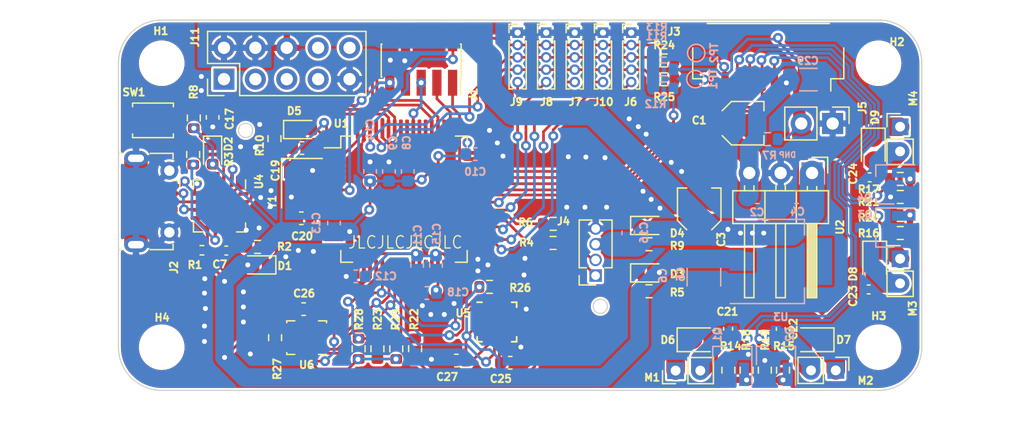
<source format=kicad_pcb>
(kicad_pcb (version 20211014) (generator pcbnew)
  (layers (0 "F.Cu" signal) (31 "B.Cu" signal) (34 "B.Paste" user) (35 "F.Paste" user) (36 "B.SilkS" user "B.Silkscreen") (37 "F.SilkS" user "F.Silkscreen") (38 "B.Mask" user) (39 "F.Mask" user) (44 "Edge.Cuts" user))
  (net 0 "")
  (net 1 "+BATT")
  (net 2 "Net-(D1-Pad1)")
  (net 3 "Status")
  (net 4 "Net-(D2-Pad1)")
  (net 5 "Net-(J2-Pad2)")
  (net 6 "Net-(J2-Pad3)")
  (net 7 "UART4_RX")
  (net 8 "SYS_JTCL-SWCLK")
  (net 9 "SYS_JTMS-SWDIO")
  (net 10 "Net-(Q1-Pad1)")
  (net 11 "Net-(Q2-Pad1)")
  (net 12 "Net-(Q3-Pad1)")
  (net 13 "Net-(Q4-Pad1)")
  (net 14 "MOTOR_A")
  (net 15 "SPI1_MOSI")
  (net 16 "SPI1_MISO")
  (net 17 "SPI1_SCK")
  (net 18 "MOTOR_B")
  (net 19 "MOTOR_C")
  (net 20 "MOTOR_D")
  (net 21 "USART1_RX")
  (net 22 "USART1_TX")
  (net 23 "+3V3")
  (net 24 "GND")
  (net 25 "VUSB")
  (net 27 "Net-(C20-Pad1)")
  (net 28 "NRST")
  (net 29 "SYS_JTCL-SWO")
  (net 30 "I2C1_SCL")
  (net 31 "I2C1_SDA")
  (net 32 "+10V")
  (net 33 "+5V")
  (net 35 "ELRS_RX")
  (net 46 "Net-(C7-Pad2)")
  (net 47 "Net-(C18-Pad1)")
  (net 48 "Net-(C19-Pad1)")
  (net 49 "Net-(C21-Pad2)")
  (net 50 "Net-(C22-Pad2)")
  (net 51 "Net-(C23-Pad2)")
  (net 52 "Net-(C24-Pad2)")
  (net 53 "Net-(D3-Pad1)")
  (net 54 "Net-(D4-Pad1)")
  (net 55 "Net-(D5-Pad1)")
  (net 58 "Net-(J3-Pad9)")
  (net 59 "Net-(J3-Pad10)")
  (net 60 "Net-(J4-Pad1)")
  (net 61 "Net-(J4-Pad2)")
  (net 62 "Net-(R2-Pad2)")
  (net 63 "Net-(R3-Pad2)")
  (net 64 "Net-(R11-Pad2)")
  (net 86 "ELRS_TX")
  (net 87 "UART4_TX")
  (net 92 "VSENSE")
  (net 93 "TOF_1_SHTDN")
  (net 94 "TOF_2_SHTDN")
  (net 95 "TOF_3_SHTDN")
  (net 96 "TOF_4_SHTDN")
  (net 97 "TOF_5_SHTDN")
  (net 98 "USART2_TX")
  (net 99 "USART2_RX")
  (net 100 "Net-(U5-Pad10)")
  (net 101 "SPI1_CS2")
  (net 102 "Net-(U5-Pad22)")
  (net 103 "SPI1_CS")
  (net 104 "Net-(U6-Pad12)")
  (footprint "Resistor_SMD:R_0603_1608Metric" (layer "F.Cu") (at 97.2566 56.330698 -90)
    (fp_text reference "R14")
    (fp_text value "33")
  )
  (footprint "Resistor_SMD:R_0603_1608Metric" (layer "F.Cu") (at 98.7298 56.330898 -90)
    (fp_text reference "R18")
    (fp_text value "4.7K")
  )
  (footprint "Connector_PinHeader_2.00mm:PinHeader_1x02_P2.00mm_Vertical" (layer "F.Cu") (at 92.984689 56.3631 90)
    (fp_text reference "M1")
    (fp_text value "Brushed_DC")
  )
  (footprint "Diode_SMD:D_0805_2012Metric" (layer "F.Cu") (at 108.9787 38.4114 -90)
    (fp_text reference "D9")
    (fp_text value "10V")
  )
  (footprint "Resistor_SMD:R_0603_1608Metric" (layer "F.Cu") (at 111.1631 40.8371)
    (fp_text reference "R17")
    (fp_text value "33")
  )
  (footprint "Resistor_SMD:R_0603_1608Metric" (layer "F.Cu") (at 111.1632 42.2976)
    (fp_text reference "R21")
    (fp_text value "4.7K")
  )
  (footprint "Diode_SMD:D_0805_2012Metric" (layer "F.Cu") (at 104.1123 53.866998 180)
    (fp_text reference "D7")
    (fp_text value "10V")
  )
  (footprint "Resistor_SMD:R_0603_1608Metric" (layer "F.Cu") (at 101.6762 56.330698 -90)
    (fp_text reference "R15")
    (fp_text value "33")
  )
  (footprint "Resistor_SMD:R_0603_1608Metric" (layer "F.Cu") (at 100.203 56.330798 -90)
    (fp_text reference "R19")
    (fp_text value "4.7K")
  )
  (footprint "Connector_PinHeader_2.00mm:PinHeader_1x02_P2.00mm_Vertical" (layer "F.Cu") (at 105.9434 56.343498 -90)
    (fp_text reference "M2")
    (fp_text value "Brushed_DC")
  )
  (footprint "Resistor_SMD:R_0603_1608Metric" (layer "F.Cu") (at 111.163 43.7581)
    (fp_text reference "R20")
    (fp_text value "4.7K")
  )
  (footprint "Diode_SMD:D_0805_2012Metric" (layer "F.Cu") (at 109.093 47.5681 -90)
    (fp_text reference "D8")
    (fp_text value "10V")
  )
  (footprint "Resistor_SMD:R_0603_1608Metric" (layer "F.Cu") (at 111.1631 45.2186)
    (fp_text reference "R16")
    (fp_text value "33")
  )
  (footprint "Connector_PinHeader_2.00mm:PinHeader_1x02_P2.00mm_Vertical" (layer "F.Cu") (at 111.1504 47.3014)
    (fp_text reference "M3")
    (fp_text value "Brushed_DC")
  )
  (footprint "Connector_PinHeader_2.00mm:PinHeader_1x02_P2.00mm_Vertical" (layer "F.Cu") (at 111.1504 36.608)
    (fp_text reference "M4")
    (fp_text value "Brushed_DC")
  )
  (footprint "Resistor_SMD:R_0603_1608Metric" (layer "F.Cu") (at 83.0702 46.0248 180)
    (fp_text reference "R4")
    (fp_text value "220")
  )
  (footprint "Diode_SMD:D_0805_2012Metric" (layer "F.Cu") (at 94.7951 53.866998)
    (fp_text reference "D6")
    (fp_text value "10V")
  )
  (footprint "Connector_PinSocket_1.27mm:PinSocket_1x04_P1.27mm_Vertical" (layer "F.Cu") (at 86.5124 48.6664 180)
    (fp_text reference "J4")
    (fp_text value "ELRS")
  )
  (footprint "Capacitor_SMD:C_0402_1005Metric" (layer "F.Cu") (at 97.2312 52.975398 -90)
    (fp_text reference "C21")
    (fp_text value "0.1uF")
  )
  (footprint "Capacitor_SMD:C_0402_1005Metric" (layer "F.Cu") (at 101.4984 52.988098 -90)
    (fp_text reference "C22")
    (fp_text value "0.1uF")
  )
  (footprint "Capacitor_SMD:C_0402_1005Metric" (layer "F.Cu") (at 108.6892 40.7101)
    (fp_text reference "C24")
    (fp_text value "0.1uF")
  )
  (footprint "Capacitor_SMD:C_0402_1005Metric" (layer "F.Cu") (at 108.6078 49.7906)
    (fp_text reference "C23")
    (fp_text value "0.1uF")
  )
  (footprint "Capacitor_SMD:C_Elec_3x5.4" (layer "F.Cu") (at 98.3742 36.322)
    (fp_text reference "C1")
    (fp_text value "100uF")
  )
  (footprint "Connector_JST:JST_SH_SM10B-SRSS-TB_1x10-1MP_P1.00mm_Horizontal" (layer "F.Cu") (at 100.4824 30.9372 180)
    (fp_text reference "J3")
    (fp_text value "ESC")
  )
  (footprint "Connector_PinSocket_1.27mm:PinSocket_2x05_P1.27mm_Vertical_SMD" (layer "F.Cu") (at 72.3994 31.2454 -90)
    (fp_text reference "J1")
    (fp_text value "DEBUG")
  )
  (footprint "Capacitor_SMD:C_0402_1005Metric" (layer "F.Cu") (at 56.6267 46.6405 180)
    (fp_text reference "C7")
    (fp_text value "100nF")
  )
  (footprint "Crystal:Crystal_SMD_3225-4Pin_3.2x2.5mm" (layer "F.Cu") (at 62.7526 41.1802 -90)
    (fp_text reference "Y1")
    (fp_text value "16MHz X322516MLB4SI")
  )
  (footprint "Resistor_SMD:R_0402_1005Metric" (layer "F.Cu") (at 54.6608 46.6151 180)
    (fp_text reference "R1")
    (fp_text value "22")
  )
  (footprint "Button_Switch_SMD:SW_SPST_B3U-1000P" (layer "F.Cu") (at 50.6984 36.0934)
    (fp_text reference "SW1")
    (fp_text value "RESET")
  )
  (footprint "Resistor_SMD:R_0603_1608Metric" (layer "F.Cu") (at 54.0004 35.9024 90)
    (fp_text reference "R8")
    (fp_text value "1K")
  )
  (footprint "Connector_PinHeader_2.54mm:PinHeader_1x03_P2.54mm_Horizontal" (layer "F.Cu") (at 104.0234 40.3544 -90)
    (fp_text reference "U2")
    (fp_text value "Pololu_S13V10F5")
  )
  (footprint "Resistor_SMD:R_0603_1608Metric" (layer "F.Cu") (at 59.1568 46.3423 180)
    (fp_text reference "R2")
    (fp_text value "2K")
  )
  (footprint "Capacitor_SMD:C_0603_1608Metric" (layer "F.Cu") (at 62.7019 44.025 180)
    (fp_text reference "C20")
    (fp_text value "12pF")
  )
  (footprint "Resistor_SMD:R_0603_1608Metric" (layer "F.Cu") (at 60.5301 37.5733 90)
    (fp_text reference "R10")
    (fp_text value "4.7k")
  )
  (footprint "Resistor_SMD:R_0603_1608Metric" (layer "F.Cu") (at 90.8304 49.9364 180)
    (fp_text reference "R5")
    (fp_text value "4.7k")
  )
  (footprint "LED_SMD:LED_0603_1608Metric" (layer "F.Cu") (at 55.5244 38.8553 -90)
    (fp_text reference "D2")
    (fp_text value "TX")
  )
  (footprint "LED_SMD:LED_0603_1608Metric" (layer "F.Cu") (at 90.8304 48.4505)
    (fp_text reference "D3")
    (fp_text value "3.3V")
  )
  (footprint "Package_DFN_QFN:QFN-16-1EP_4x4mm_P0.65mm_EP2.5x2.5mm" (layer "F.Cu") (at 56.0832 43.021 -90)
    (fp_text reference "U4")
    (fp_text value "FT230XQ")
  )
  (footprint "Package_QFP:LQFP-64_10x10mm_P0.5mm" (layer "F.Cu") (at 71.0076 42.4756)
    (fp_text reference "U1")
    (fp_text value "STM32F446RETx")
  )
  (footprint "Resistor_SMD:R_0603_1608Metric" (layer "F.Cu") (at 53.9496 38.8553 -90)
    (fp_text reference "R3")
    (fp_text value "2K")
  )
  (footprint "Connector_USB:USB_Micro-B_Molex-105017-0001" (layer "F.Cu") (at 50.5587 42.6654 -90)
    (fp_text reference "J2")
    (fp_text value "USB_B_Micro")
  )
  (footprint "LED_SMD:LED_0603_1608Metric" (layer "F.Cu") (at 59.1567 47.8028 180)
    (fp_text reference "D1")
    (fp_text value "RX")
  )
  (footprint "LED_SMD:LED_0603_1608Metric" (layer "F.Cu") (at 62.7525 36.8368)
    (fp_text reference "D5")
    (fp_text value "ST")
  )
  (footprint "Capacitor_SMD:C_0603_1608Metric" (layer "F.Cu") (at 62.7527 38.3354)
    (fp_text reference "C19")
    (fp_text value "12pF")
  )
  (footprint "MountingHole:MountingHole_3.2mm_M3" (layer "F.Cu") (at 109.4044 31.4654)
    (fp_text reference "H2")
    (fp_text value "M3")
  )
  (footprint "MountingHole:MountingHole_3.2mm_M3" (layer "F.Cu") (at 109.4044 54.4654)
    (fp_text reference "H3")
    (fp_text value "M3")
  )
  (footprint "MountingHole:MountingHole_3.2mm_M3" (layer "F.Cu") (at 51.4044 54.4654)
    (fp_text reference "H4")
    (fp_text value "M3")
  )
  (footprint "MountingHole:MountingHole_3.2mm_M3" (layer "F.Cu") (at 51.4044 31.4654)
    (fp_text reference "H1")
    (fp_text value "M3")
  )
  (footprint "Resistor_SMD:R_0603_1608Metric" (layer "F.Cu") (at 60.579 53.6956 90)
    (fp_text reference "R27")
    (fp_text value "4.7k")
  )
  (footprint "Capacitor_SMD:C_Elec_3x5.4" (layer "F.Cu") (at 94.8944 43.3324 90)
    (fp_text reference "C3")
    (fp_text value "100uF")
  )
  (footprint "Resistor_SMD:R_0603_1608Metric" (layer "F.Cu") (at 83.0834 44.4754)
    (fp_text reference "R6")
    (fp_text value "220")
  )
  (footprint "Sensor_Motion:InvenSense_QFN-24_3x3mm_P0.4mm" (layer "F.Cu") (at 78.5238 52.4256)
    (fp_text reference "U5")
    (fp_text value "MPU-9250")
  )
  (footprint "Capacitor_SMD:C_0603_1608Metric" (layer "F.Cu") (at 62.8904 51.3842 180)
    (fp_text reference "C26")
    (fp_text value "0.1uF 4V")
  )
  (footprint "Resistor_SMD:R_0603_1608Metric" (layer "F.Cu") (at 70.3834 54.5978 -90)
    (fp_text reference "R29")
    (fp_text value "0")
  )
  (footprint "LED_SMD:LED_0603_1608Metric" (layer "F.Cu") (at 90.8309 44.6084)
    (fp_text reference "D4")
    (fp_text value "5V")
  )
  (footprint "Resistor_SMD:R_0603_1608Metric" (layer "F.Cu") (at 92.0628 32.766 180)
    (fp_text reference "R25")
    (fp_text value "4.7K")
  )
  (footprint "Connector_PinHeader_2.54mm:PinHeader_2x05_P2.54mm_Vertical" (layer "F.Cu") (at 56.4438 32.7554 90)
    (fp_text reference "J11")
    (fp_text value "Pi Zero")
  )
  (footprint "Capacitor_SMD:C_0603_1608Metric" (layer "F.Cu") (at 75.2478 55.5498)
    (fp_text reference "C27")
    (fp_text value "0.1uF 4V")
  )
  (footprint "Connector_PinHeader_1.00mm:PinHeader_1x05_P1.00mm_Vertical" (layer "F.Cu") (at 82.5124 28.988)
    (fp_text reference "J8")
    (fp_text value "ToF 3")
  )
  (footprint "Connector_PinHeader_1.00mm:PinHeader_1x05_P1.00mm_Vertical" (layer "F.Cu") (at 87.1098 28.988)
    (fp_text reference "J10")
    (fp_text value "ToF 5")
  )
  (footprint "Package_LGA:LGA-14_3x2.5mm_P0.5mm_LayoutBorder3x4y" (layer "F.Cu") (at 63.132 53.6937 180)
    (fp_text reference "U6")
    (fp_text value "LSM6DS3")
  )
  (footprint "Capacitor_SMD:C_0603_1608Metric" (layer "F.Cu") (at 79.6036 55.7276)
    (fp_text reference "C25")
    (fp_text value "0.1uF 4V")
  )
  (footprint "Resistor_SMD:R_0603_1608Metric" (layer "F.Cu") (at 71.9074 54.5846 -90)
    (fp_text reference "R22")
    (fp_text value "0")
  )
  (footprint "Resistor_SMD:R_0603_1608Metric" (layer "F.Cu") (at 68.8594 54.5968 -90)
    (fp_text reference "R23")
    (fp_text value "0")
  )
  (footprint "Resistor_SMD:R_0603_1608Metric" (layer "F.Cu") (at 77.9272 49.5808)
    (fp_text reference "R26")
    (fp_text value "4.7k")
  )
  (footprint "Connector_PinHeader_1.00mm:PinHeader_1x05_P1.00mm_Vertical" (layer "F.Cu") (at 84.8238 28.988)
    (fp_text reference "J7")
    (fp_text value "ToF 2")
  )
  (footprint "Resistor_SMD:R_0603_1608Metric" (layer "F.Cu") (at 67.3354 54.5968 -90)
    (fp_text reference "R28")
    (fp_text value "0")
  )
  (footprint "Resistor_SMD:R_0603_1608Metric" (layer "F.Cu") (at 92.0628 31.242 180)
    (fp_text reference "R24")
    (fp_text value "4.7K")
  )
  (footprint "Connector_PinHeader_1.00mm:PinHeader_1x05_P1.00mm_Vertical" (layer "F.Cu") (at 89.3958 28.988)
    (fp_text reference "J6")
    (fp_text value "ToF 1")
  )
  (footprint "Connector_PinHeader_1.00mm:PinHeader_1x05_P1.00mm_Vertical" (layer "F.Cu") (at 80.201 28.988)
    (fp_text reference "J9")
    (fp_text value "ToF 4")
  )
  (footprint "Connector_PinHeader_2.54mm:PinHeader_1x02_P2.54mm_Vertical" (layer "F.Cu") (at 105.6894 36.3474 -90)
    (fp_text reference "J5")
    (fp_text value "AUX_PWR")
  )
  (footprint "Capacitor_SMD:C_0603_1608Metric" (layer "F.Cu") (at 55.5244 35.8524 90)
    (fp_text reference "C17")
    (fp_text value "1uF")
  )
  (footprint "Resistor_SMD:R_0603_1608Metric" (layer "F.Cu") (at 90.8304 46.1264 180)
    (fp_text reference "R9")
    (fp_text value "4.7k")
  )
  (footprint "Package_TO_SOT_SMD:SOT-23_Handsoldering" (layer "B.Cu") (at 97.5741 55.163798 90)
    (fp_text reference "Q1")
    (fp_text value "IRLML6244TR")
  )
  (footprint "Package_TO_SOT_SMD:SOT-23_Handsoldering" (layer "B.Cu") (at 109.9453 41.2816 180)
    (fp_text reference "Q4")
    (fp_text value "IRLML6244TR")
  )
  (footprint "Package_TO_SOT_SMD:SOT-23_Handsoldering" (layer "B.Cu") (at 101.1072 55.160998 90)
    (fp_text reference "Q2")
    (fp_text value "IRLML6244TR")
  )
  (footprint "Package_TO_SOT_SMD:SOT-23_Handsoldering" (layer "B.Cu") (at 109.9439 44.7741 180)
    (fp_text reference "Q3")
    (fp_text value "IRLML6244TR")
  )
  (footprint "Capacitor_SMD:C_0603_1608Metric" (layer "B.Cu") (at 99.5934 42.3164)
    (fp_text reference "C2")
    (fp_text value "1uF")
  )
  (footprint "Capacitor_SMD:C_1210_3225Metric" (layer "B.Cu") (at 95.2754 48.7934 -90)
    (fp_text reference "C5")
    (fp_text value "4.7uF")
  )
  (footprint "Capacitor_SMD:C_0603_1608Metric" (layer "B.Cu") (at 72.8594 50.0754 180)
    (fp_text reference "C18")
    (fp_text value "2.2uF")
  )
  (footprint "Capacitor_SMD:C_0603_1608Metric" (layer "B.Cu") (at 65.3434 44.4126 -90)
    (fp_text reference "C13")
    (fp_text value "0.1uF")
  )
  (footprint "TestPoint:TestPoint_Pad_D1.0mm" (layer "B.Cu") (at 94.6544 30.6354 90)
    (fp_text reference "TP2")
    (fp_text value "CRT")
  )
  (footprint "Capacitor_SMD:C_0603_1608Metric" (layer "B.Cu") (at 102.7684 42.3164 180)
    (fp_text reference "C4")
    (fp_text value "1uF")
  )
  (footprint "Resistor_SMD:R_0603_1608Metric" (layer "B.Cu") (at 91.9892 33.5054)
    (fp_text reference "R12")
    (fp_text value "220")
  )
  (footprint "Package_TO_SOT_SMD:SOT-223" (layer "B.Cu") (at 101.4984 47.5234)
    (fp_text reference "U3")
    (fp_text value "REG1117-3.3")
  )
  (footprint "Capacitor_SMD:C_0402_1005Metric" (layer "B.Cu") (at 93.1164 48.6664 -90)
    (fp_text reference "C6")
    (fp_text value "100nF")
  )
  (footprint "Resistor_SMD:R_0603_1608Metric" (layer "B.Cu") (at 100.4184 37.6174 180)
    (fp_text reference "R7")
    (fp_text value "0 DNP")
  )
  (footprint "Capacitor_SMD:C_0603_1608Metric" (layer "B.Cu") (at 67.1084 48.7306)
    (fp_text reference "C12")
    (fp_text value "0.1uF")
  )
  (footprint "Resistor_SMD:R_0603_1608Metric" (layer "B.Cu") (at 91.9844 31.9604 180)
    (fp_text reference "R11")
    (fp_text value "10K")
  )
  (footprint "Capacitor_SMD:C_0603_1608Metric" (layer "B.Cu") (at 68.2644 40.2346 -90)
    (fp_text reference "C14")
    (fp_text value "0.1uF")
  )
  (footprint "Capacitor_SMD:C_0603_1608Metric" (layer "B.Cu") (at 72.0744 47.8416 -90)
    (fp_text reference "C11")
    (fp_text value "10nF")
  )
  (footprint "Capacitor_SMD:C_0603_1608Metric" (layer "B.Cu") (at 76.7734 38.8246)
    (fp_text reference "C10")
    (fp_text value "0.1uF")
  )
  (footprint "Capacitor_SMD:C_0603_1608Metric" (layer "B.Cu") (at 89.154 45.212 -90)
    (fp_text reference "C16")
    (fp_text value "1uF")
  )
  (footprint "Capacitor_SMD:C_0603_1608Metric" (layer "B.Cu") (at 73.5984 47.8416 90)
    (fp_text reference "C15")
    (fp_text value "1uF")
  )
  (footprint "Capacitor_SMD:C_0603_1608Metric" (layer "B.Cu") (at 71.3124 40.2346 90)
    (fp_text reference "C8")
    (fp_text value "0.1uF")
  )
  (footprint "Capacitor_SMD:C_0603_1608Metric" (layer "B.Cu") (at 69.7884 40.2346 90)
    (fp_text reference "C9")
    (fp_text value "0.1uF")
  )
  (footprint "Resistor_SMD:R_0603_1608Metric" (layer "B.Cu") (at 91.9892 30.4454)
    (fp_text reference "R13")
    (fp_text value "100K")
  )
  (footprint "Capacitor_SMD:C_1206_3216Metric" (layer "B.Cu") (at 103.7354 32.7914)
    (fp_text reference "C29")
    (fp_text value "33uF 35V")
  )
  (footprint "TestPoint:TestPoint_Pad_D1.0mm" (layer "B.Cu") (at 94.5844 32.7554 90)
    (fp_text reference "TP1")
    (fp_text value "TX")
  )
  (gr_circle (center 86.8934 51.1556) (end 87.4694 51.1556) (layer "Edge.Cuts") (width 0.1) (fill none))
  (gr_circle locked (center 58.1914 36.9062) (end 58.7674 36.9062) (layer "Edge.Cuts") (width 0.1) (fill none))
  (gr_line (start 47.9044 31.4654) (end 47.9044 54.4654) (layer "Edge.Cuts") (width 0.1))
  (gr_line (start 51.4044 57.9654) (end 109.4044 57.9654) (layer "Edge.Cuts") (width 0.1))
  (gr_line (start 109.4044 27.9654) (end 51.4044 27.9654) (layer "Edge.Cuts") (width 0.1))
  (gr_arc (start 47.9044 31.4654) (mid 48.929526 28.990526) (end 51.4044 27.9654) (layer "Edge.Cuts") (width 0.1))
  (gr_arc (start 109.4044 27.9654) (mid 111.879274 28.990526) (end 112.9044 31.4654) (layer "Edge.Cuts") (width 0.1))
  (gr_line (start 112.9044 54.4654) (end 112.9044 31.4654) (layer "Edge.Cuts") (width 0.1))
  (gr_arc (start 112.9044 54.4654) (mid 111.879274 56.940274) (end 109.4044 57.9654) (layer "Edge.Cuts") (width 0.1))
  (gr_arc (start 51.4044 57.9654) (mid 48.929526 56.940274) (end 47.9044 54.4654) (layer "Edge.Cuts") (width 0.1))
  (gr_text "DNP" (at 102.0318 38.8874) (layer "B.SilkS") (effects (font (size 0.45 0.45) (thickness 0.1125)) (justify mirror)))
  (gr_text "JLCJLCJLCJLC" (at 71.12 45.974) (layer "F.SilkS") (effects (font (size 1 0.9) (thickness 0.1))))
  (segment (start 102.9824 32.9372) (end 102.9824 31.4134) (width 0.22) (layer "F.Cu") (net 1))
  (segment (start 99.75789 52.316988) (end 99.7585 52.317598) (width 1.5) (layer "F.Cu") (net 1))
  (segment (start 108.2092 40.7101) (end 107.9119 40.7101) (width 0.5) (layer "F.Cu") (net 1))
  (segment (start 105.0498 53.0652) (end 107.7468 50.3682) (width 1.5) (layer "F.Cu") (net 1))
  (segment (start 107.8611 40.6593) (end 107.8611 45.3987) (width 1.5) (layer "F.Cu") (net 1))
  (segment (start 108.9787 37.4739) (end 108.2787 37.4739) (width 1.5) (layer "F.Cu") (net 1))
  (segment (start 107.42869 38.32391) (end 107.42869 39.35791) (width 1.5) (layer "F.Cu") (net 1))
  (segment (start 107.42869 40.22689) (end 107.8611 40.6593) (width 1.5) (layer "F.Cu") (net 1))
  (segment (start 107.4928 47.7058) (end 107.8611 47.3375) (width 1.5) (layer "F.Cu") (net 1))
  (segment (start 106.47558 38.4048) (end 104.3468 38.4048) (width 1.5) (layer "F.Cu") (net 1))
  (segment (start 92.984689 54.739909) (end 92.984689 56.3631) (width 1.5) (layer "F.Cu") (net 1))
  (segment (start 105.0498 53.495186) (end 105.0498 53.866998) (width 1.5) (layer "F.Cu") (net 1))
  (segment (start 93.8576 53.866998) (end 92.984689 54.739909) (width 1.5) (layer "F.Cu") (net 1))
  (segment (start 102.997 32.9518) (end 102.9824 32.9372) (width 1) (layer "F.Cu") (net 1))
  (segment (start 100.939422 52.316988) (end 103.871602 52.316988) (width 1.5) (layer "F.Cu") (net 1))
  (segment (start 107.4928 49.167434) (end 107.4928 47.7058) (width 1.5) (layer "F.Cu") (net 1))
  (segment (start 110.4796 46.6306) (end 111.1504 47.3014) (width 1.5) (layer "F.Cu") (net 1))
  (segment (start 107.42869 39.35791) (end 106.47558 38.4048) (width 1.5) (layer "F.Cu") (net 1))
  (segment (start 103.1494 36.3474) (end 102.997 36.195) (width 1) (layer "F.Cu") (net 1))
  (segment (start 95.035798 52.316988) (end 99.75789 52.316988) (width 1.5) (layer "F.Cu") (net 1))
  (segment (start 107.9119 40.7101) (end 107.42869 40.22689) (width 0.5) (layer "F.Cu") (net 1))
  (segment (start 101.2698 29.7008) (end 101.2698 29.4132) (width 0.22) (layer "F.Cu") (net 1))
  (segment (start 93.8576 53.866998) (end 94.3451 53.866998) (width 1.5) (layer "F.Cu") (net 1))
  (segment (start 108.8261 37.3213) (end 108.9787 37.4739) (width 1.5) (layer "F.Cu") (net 1))
  (segment (start 108.1278 47.5958) (end 109.093 46.6306) (width 0.22) (layer "F.Cu") (net 1))
  (segment (start 105.0498 54.566998) (end 105.9434 55.460598) (width 1.5) (layer "F.Cu") (net 1))
  (segment (start 94.39509 53.817008) (end 94.39509 52.957696) (width 1.5) (layer "F.Cu") (net 1))
  (segment (start 108.1278 49.7906) (end 108.1278 47.5958) (width 0.22) (layer "F.Cu") (net 1))
  (segment (start 111.1504 36.608) (end 109.8446 36.608) (width 1.5) (layer "F.Cu") (net 1))
  (segment (start 103.871602 52.316988) (end 105.0498 53.495186) (width 1.5) (layer "F.Cu") (net 1))
  (segment (start 94.3451 53.866998) (end 94.39509 53.817008) (width 1.5) (layer "F.Cu") (net 1))
  (segment (start 108.2787 37.4739) (end 107.42869 38.32391) (width 1.5) (layer "F.Cu") (net 1))
  (segment (start 103.1494 37.2074) (end 103.1494 36.3474) (width 1.5) (layer "F.Cu") (net 1))
  (segment (start 102.9824 31.4134) (end 101.2698 29.7008) (width 0.22) (layer "F.Cu") (net 1))
  (segment (start 94.39509 52.957696) (end 95.035798 52.316988) (width 1.5) (layer "F.Cu") (net 1))
  (segment (start 109.8446 36.608) (end 108.9787 37.4739) (width 1.5) (layer "F.Cu") (net 1))
  (segment (start 105.9434 55.460598) (end 105.9434 56.343498) (width 1.5) (layer "F.Cu") (net 1))
  (segment (start 107.8611 47.3375) (end 107.8611 45.3987) (width 1.5) (layer "F.Cu") (net 1))
  (segment (start 105.0498 53.866998) (end 105.0498 54.566998) (width 1.5) (layer "F.Cu") (net 1))
  (segment (start 107.7468 50.3682) (end 107.7468 49.421434) (width 1.5) (layer "F.Cu") (net 1))
  (segment (start 105.0498 53.866998) (end 105.0498 53.0652) (width 1.5) (layer "F.Cu") (net 1))
  (segment (start 100.938812 52.317598) (end 100.939422 52.316988) (width 1.5) (layer "F.Cu") (net 1))
  (segment (start 99.7585 52.317598) (end 100.938812 52.317598) (width 1.5) (layer "F.Cu") (net 1))
  (segment (start 109.093 46.6306) (end 110.4796 46.6306) (width 1.5) (layer "F.Cu") (net 1))
  (segment (start 107.8611 45.3987) (end 109.093 46.6306) (width 1.5) (layer "F.Cu") (net 1))
  (segment (start 107.42869 39.35791) (end 107.42869 40.22689) (width 1.5) (layer "F.Cu") (net 1))
  (segment (start 107.7468 49.421434) (end 107.4928 49.167434) (width 1.5) (layer "F.Cu") (net 1))
  (segment (start 104.3468 38.4048) (end 103.1494 37.2074) (width 1.5) (layer "F.Cu") (net 1))
  (segment (start 102.997 36.195) (end 102.997 32.9518) (width 1) (layer "F.Cu") (net 1))
  (via (at 101.2698 29.4132) (size 0.8) (drill 0.4) (layers "F.Cu" "B.Cu") (net 1))
  (segment (start 97.5244 32.008071) (end 97.5244 30.7964) (width 0.22) (layer "B.Cu") (net 1))
  (segment (start 97.167071 32.3654) (end 97.5244 32.008071) (width 0.22) (layer "B.Cu") (net 1))
  (segment (start 101.2434 37.6174) (end 101.8794 37.6174) (width 0.22) (layer "B.Cu") (net 1))
  (segment (start 101.8794 37.6174) (end 103.1494 36.3474) (width 0.22) (layer "B.Cu") (net 1))
  (segment (start 101.1682 29.5148) (end 101.2698 29.4132) (width 0.22) (layer "B.Cu") (net 1))
  (segment (start 97.5244 30.7964) (end 98.806 29.5148) (width 0.22) (layer "B.Cu") (net 1))
  (segment (start 96.256729 31.9604) (end 96.661729 32.3654) (width 0.22) (layer "B.Cu") (net 1))
  (segment (start 92.8094 31.9604) (end 96.256729 31.9604) (width 0.22) (layer "B.Cu") (net 1))
  (segment (start 96.661729 32.3654) (end 97.167071 32.3654) (width 0.22) (layer "B.Cu") (net 1))
  (segment (start 98.806 29.5148) (end 101.1682 29.5148) (width 0.22) (layer "B.Cu") (net 1))
  (segment (start 59.9443 47.8027) (end 59.9442 47.8028) (width 0.22) (layer "F.Cu") (net 2))
  (segment (start 59.9443 46.3423) (end 59.9443 47.8027) (width 0.22) (layer "F.Cu") (net 2))
  (segment (start 64.3274 38.9516) (end 64.6014 39.2256) (width 0.22) (layer "F.Cu") (net 3))
  (segment (start 63.9775 36.8368) (end 64.3274 37.1867) (width 0.22) (layer "F.Cu") (net 3))
  (segment (start 63.54 36.8368) (end 63.9775 36.8368) (width 0.22) (layer "F.Cu") (net 3))
  (segment (start 64.3274 37.1867) (end 64.3274 38.9516) (width 0.22) (layer "F.Cu") (net 3))
  (segment (start 64.6014 39.2256) (end 65.3076 39.2256) (width 0.22) (layer "F.Cu") (net 3))
  (segment (start 53.9496 38.0303) (end 55.4869 38.0303) (width 0.22) (layer "F.Cu") (net 4))
  (segment (start 55.4869 38.0303) (end 55.5244 38.0678) (width 0.22) (layer "F.Cu") (net 4))
  (segment (start 53.208702 43.306) (end 54.0432 43.306) (width 0.22) (layer "F.Cu") (net 5))
  (segment (start 53.1518 42.0154) (end 53.1622 42.005) (width 0.22) (layer "F.Cu") (net 5))
  (segment (start 54.0432 43.306) (end 54.0832 43.346) (width 0.22) (layer "F.Cu") (net 5))
  (segment (start 52.0187 42.0154) (end 53.1518 42.0154) (width 0.22) (layer "F.Cu") (net 5))
  (via (at 53.208702 43.306) (size 0.8) (drill 0.4) (layers "F.Cu" "B.Cu") (net 5))
  (via (at 53.1622 42.005) (size 0.8) (drill 0.4) (layers "F.Cu" "B.Cu") (net 5))
  (segment (start 53.1622 42.005) (end 53.1622 43.259498) (width 0.22) (layer "B.Cu") (net 5))
  (segment (start 53.1622 43.259498) (end 53.208702 43.306) (width 0.22) (layer "B.Cu") (net 5))
  (segment (start 54.0832 42.696) (end 52.0493 42.696) (width 0.22) (layer "F.Cu") (net 6))
  (segment (start 52.0493 42.696) (end 52.0187 42.6654) (width 0.22) (layer "F.Cu") (net 6))
  (segment (start 73.2576 36.8006) (end 73.2576 35.9286) (width 0.22) (layer "F.Cu") (net 7))
  (segment (start 72.1844 34.8554) (end 69.0344 34.8554) (width 0.22) (layer "F.Cu") (net 7))
  (segment (start 68.4544 34.2754) (end 68.4544 32.177842) (width 0.22) (layer "F.Cu") (net 7))
  (segment (start 73.2576 35.9286) (end 72.1844 34.8554) (width 0.22) (layer "F.Cu") (net 7))
  (segment (start 69.0344 34.8554) (end 68.4544 34.2754) (width 0.22) (layer "F.Cu") (net 7))
  (segment (start 73.6694 34.3404) (end 74.7576 35.4286) (width 0.22) (layer "F.Cu") (net 8))
  (segment (start 73.6694 33.0454) (end 73.6694 34.3404) (width 0.22) (layer "F.Cu") (net 8))
  (segment (start 74.7576 35.4286) (end 74.7576 36.8006) (width 0.22) (layer "F.Cu") (net 8))
  (segment (start 75.7694 39.7256) (end 75.5034 39.4596) (width 0.22) (layer "F.Cu") (net 9))
  (segment (start 76.6826 39.7256) (end 75.7694 39.7256) (width 0.22) (layer "F.Cu") (net 9))
  (segment (start 75.5034 39.4596) (end 75.5034 35.6344) (width 0.22) (layer "F.Cu") (net 9))
  (segment (start 74.9394 35.0704) (end 74.9394 33.0454) (width 0.22) (layer "F.Cu") (net 9))
  (segment (start 75.5034 35.6344) (end 74.9394 35.0704) (width 0.22) (layer "F.Cu") (net 9))
  (segment (start 98.7296 57.118198) (end 98.7298 57.118398) (width 0.5) (layer "F.Cu") (net 10))
  (segment (start 97.2566 57.118198) (end 98.7296 57.118198) (width 0.5) (layer "F.Cu") (net 10))
  (via (at 98.7298 57.118398) (size 0.8) (drill 0.4) (layers "F.Cu" "B.Cu") (net 10))
  (segment (start 98.5241 56.912698) (end 98.7298 57.118398) (width 0.5) (layer "B.Cu") (net 10))
  (segment (start 98.5241 56.663798) (end 98.5241 56.912698) (width 0.5) (layer "B.Cu") (net 10))
  (segment (start 101.6761 57.118298) (end 101.6762 57.118198) (width 0.5) (layer "F.Cu") (net 11))
  (segment (start 100.203 57.118298) (end 101.6761 57.118298) (width 0.5) (layer "F.Cu") (net 11))
  (via (at 101.6762 57.118198) (size 0.8) (drill 0.4) (layers "F.Cu" "B.Cu") (net 11))
  (segment (start 102.0572 56.737198) (end 101.6762 57.118198) (width 0.5) (layer "B.Cu") (net 11))
  (segment (start 102.0572 56.660998) (end 102.0572 56.737198) (width 0.5) (layer "B.Cu") (net 11))
  (segment (start 111.9505 45.2185) (end 111.9506 45.2186) (width 0.5) (layer "F.Cu") (net 12))
  (segment (start 111.9505 43.7581) (end 111.9505 45.2185) (width 0.5) (layer "F.Cu") (net 12))
  (via (at 111.9505 43.7581) (size 0.8) (drill 0.4) (layers "F.Cu" "B.Cu") (net 12))
  (segment (start 111.4439 43.8241) (end 111.8845 43.8241) (width 0.5) (layer "B.Cu") (net 12))
  (segment (start 111.8845 43.8241) (end 111.9505 43.7581) (width 0.5) (layer "B.Cu") (net 12))
  (segment (start 111.9506 42.2975) (end 111.9507 42.2976) (width 0.5) (layer "F.Cu") (net 13))
  (segment (start 111.9506 40.8371) (end 111.9506 42.2975) (width 0.5) (layer "F.Cu") (net 13))
  (via (at 111.9506 40.8371) (size 0.8) (drill 0.4) (layers "F.Cu" "B.Cu") (net 13))
  (segment (start 111.4453 40.3318) (end 111.9506 40.8371) (width 0.5) (layer "B.Cu") (net 13))
  (segment (start 111.4453 40.3316) (end 111.4453 40.3318) (width 0.5) (layer "B.Cu") (net 13))
  (segment (start 100.9824 32.9372) (end 100.9824 34.1202) (width 0.22) (layer "F.Cu") (net 14))
  (segment (start 99.752492 35.350108) (end 95.545418 35.350108) (width 0.22) (layer "F.Cu") (net 14))
  (segment (start 100.9824 34.1202) (end 99.752492 35.350108) (width 0.22) (layer "F.Cu") (net 14))
  (segment (start 78.2572 42.1388) (end 78.1704 42.2256) (width 0.22) (layer "F.Cu") (net 14))
  (segment (start 97.2566 55.543198) (end 97.2566 55.307603) (width 0.5) (layer "F.Cu") (net 14))
  (segment (start 88.756726 42.1388) (end 78.2572 42.1388) (width 0.22) (layer "F.Cu") (net 14))
  (segment (start 100.9824 32.9372) (end 100.9824 31.288602) (width 0.22) (layer "F.Cu") (net 14))
  (segment (start 78.1704 42.2256) (end 76.6826 42.2256) (width 0.22) (layer "F.Cu") (net 14))
  (segment (start 100.9824 31.288602) (end 100.965 31.271202) (width 0.22) (layer "F.Cu") (net 14))
  (segment (start 97.2566 55.307603) (end 98.821615 53.742588) (width 0.5) (layer "F.Cu") (net 14))
  (segment (start 95.545418 35.350108) (end 88.756726 42.1388) (width 0.22) (layer "F.Cu") (net 14))
  (via (at 98.821615 53.742588) (size 0.8) (drill 0.4) (layers "F.Cu" "B.Cu") (net 14))
  (via (at 100.965 31.271202) (size 0.8) (drill 0.4) (layers "F.Cu" "B.Cu") (net 14))
  (segment (start 107.2236 50.134052) (end 107.2236 45.654705) (width 0.22) (layer "B.Cu") (net 14))
  (segment (start 105.8622 42.322844) (end 105.8622 39.653694) (width 0.22) (layer "B.Cu") (net 14))
  (segment (start 98.821615 53.044985) (end 99.9134 51.9532) (width 0.22) (layer "B.Cu") (net 14))
  (segment (start 99.9134 51.9532) (end 105.404452 51.9532) (width 0.22) (layer "B.Cu") (net 14))
  (segment (start 106.334101 32.064501) (end 105.283 31.0134) (width 0.22) (layer "B.Cu") (net 14))
  (segment (start 106.831901 43.292545) (end 105.8622 42.322844) (width 0.22) (layer "B.Cu") (net 14))
  (segment (start 98.821615 53.742588) (end 98.821615 53.044985) (width 0.22) (layer "B.Cu") (net 14))
  (segment (start 108.4378 35.053253) (end 106.334101 32.949554) (width 0.22) (layer "B.Cu") (net 14))
  (segment (start 108.4378 37.078094) (end 108.4378 35.053253) (width 0.22) (layer "B.Cu") (net 14))
  (segment (start 105.283 31.0134) (end 101.222802 31.0134) (width 0.22) (layer "B.Cu") (net 14))
  (segment (start 106.334101 32.949554) (end 106.334101 32.064501) (width 0.22) (layer "B.Cu") (net 14))
  (segment (start 106.831901 45.263006) (end 106.831901 43.292545) (width 0.22) (layer "B.Cu") (net 14))
  (segment (start 107.2236 45.654705) (end 106.831901 45.263006) (width 0.22) (layer "B.Cu") (net 14))
  (segment (start 105.8622 39.653694) (end 108.4378 37.078094) (width 0.22) (layer "B.Cu") (net 14))
  (segment (start 105.404452 51.9532) (end 107.2236 50.134052) (width 0.22) (layer "B.Cu") (net 14))
  (segment (start 101.222802 31.0134) (end 100.965 31.271202) (width 0.22) (layer "B.Cu") (net 14))
  (segment (start 66.890572 53.1618) (end 67.815129 53.1618) (width 0.22) (layer "F.Cu") (net 15))
  (segment (start 76.829262 50.9256) (end 75.778899 51.975963) (width 0.22) (layer "F.Cu") (net 15))
  (segment (start 63.632 54.6062) (end 63.980601 54.954801) (width 0.22) (layer "F.Cu") (net 15))
  (segment (start 75.778899 53.000737) (end 75.289621 53.490015) (width 0.22) (layer "F.Cu") (net 15))
  (segment (start 67.815129 53.1618) (end 69.912682 51.064247) (width 0.22) (layer "F.Cu") (net 15))
  (segment (start 65.739005 54.954801) (end 66.384801 54.309005) (width 0.22) (layer "F.Cu") (net 15))
  (segment (start 75.289621 53.490015) (end 74.687642 53.490015) (width 0.22) (layer "F.Cu") (net 15))
  (segment (start 75.778899 51.975963) (end 75.778899 53.000737) (width 0.22) (layer "F.Cu") (net 15))
  (segment (start 70.2576 50.719329) (end 69.912682 51.064247) (width 0.22) (layer "F.Cu") (net 15))
  (segment (start 63.980601 54.954801) (end 65.739005 54.954801) (width 0.22) (layer "F.Cu") (net 15))
  (segment (start 77.5238 50.9256) (end 76.829262 50.9256) (width 0.22) (layer "F.Cu") (net 15))
  (segment (start 70.2576 48.1506) (end 70.2576 50.719329) (width 0.22) (layer "F.Cu") (net 15))
  (segment (start 66.384801 54.309005) (end 66.384801 53.667571) (width 0.22) (layer "F.Cu") (net 15))
  (segment (start 66.384801 53.667571) (end 66.890572 53.1618) (width 0.22) (layer "F.Cu") (net 15))
  (via (at 74.687642 53.490015) (size 0.8) (drill 0.4) (layers "F.Cu" "B.Cu") (net 15))
  (via (at 69.912682 51.064247) (size 0.8) (drill 0.4) (layers "F.Cu" "B.Cu") (net 15))
  (segment (start 72.33845 53.490015) (end 74.687642 53.490015) (width 0.22) (layer "B.Cu") (net 15))
  (segment (start 69.912682 51.064247) (end 72.33845 53.490015) (width 0.22) (layer "B.Cu") (net 15))
  (segment (start 68.72441 50.865075) (end 68.781652 50.865075) (width 0.22) (layer "F.Cu") (net 16))
  (segment (start 64.4861 54.6353) (end 65.606664 54.6353) (width 0.22) (layer "F.Cu") (net 16))
  (segment (start 65.606664 54.6353) (end 66.0653 54.176664) (width 0.22) (layer "F.Cu") (net 16))
  (segment (start 78.3238 54.9754) (end 78.3238 53.9256) (width 0.22) (layer "F.Cu") (net 16))
  (segment (start 69.7576 48.1506) (end 69.7991 48.1921) (width 0.22) (layer "F.Cu") (net 16))
  (segment (start 69.249889 50.865075) (end 68.781652 50.865075) (width 0.22) (layer "F.Cu") (net 16))
  (segment (start 66.0653 54.176664) (end 66.0653 53.524185) (width 0.22) (layer "F.Cu") (net 16))
  (segment (start 66.0653 53.524185) (end 68.72441 50.865075) (width 0.22) (layer "F.Cu") (net 16))
  (segment (start 69.7991 48.1921) (end 69.7991 50.315864) (width 0.22) (layer "F.Cu") (net 16))
  (segment (start 64.2945 54.4437) (end 64.4861 54.6353) (width 0.22) (layer "F.Cu") (net 16))
  (segment (start 77.6478 55.6514) (end 78.3238 54.9754) (width 0.22) (layer "F.Cu") (net 16))
  (segment (start 69.7991 50.315864) (end 69.249889 50.865075) (width 0.22) (layer "F.Cu") (net 16))
  (via (at 68.781652 50.865075) (size 0.8) (drill 0.4) (layers "F.Cu" "B.Cu") (net 16))
  (via (at 77.6478 55.6514) (size 0.8) (drill 0.4) (layers "F.Cu" "B.Cu") (net 16))
  (segment (start 72.170877 54.2543) (end 76.0729 54.2543) (width 0.22) (layer "B.Cu") (net 16))
  (segment (start 76.0729 54.2543) (end 77.47 55.6514) (width 0.22) (layer "B.Cu") (net 16))
  (segment (start 77.47 55.6514) (end 77.6478 55.6514) (width 0.22) (layer "B.Cu") (net 16))
  (segment (start 68.781652 50.865075) (end 72.170877 54.2543) (width 0.22) (layer "B.Cu") (net 16))
  (segment (start 63.132 54.6062) (end 63.132 54.871751) (width 0.22) (layer "F.Cu") (net 17))
  (segment (start 69.2576 49.9954) (end 69.1896 50.0634) (width 0.22) (layer "F.Cu") (net 17))
  (segment (start 77.9238 50.682904) (end 77.681496 50.4406) (width 0.22) (layer "F.Cu") (net 17))
  (segment (start 77.9238 50.9256) (end 77.9238 50.682904) (width 0.22) (layer "F.Cu") (net 17))
  (segment (start 68.4784 50.0634) (end 69.1896 50.0634) (width 0.22) (layer "F.Cu") (net 17))
  (segment (start 69.2576 48.1506) (end 69.2576 49.9954) (width 0.22) (layer "F.Cu") (net 17))
  (segment (start 75.169399 52.133158) (end 75.169399 52.7304) (width 0.22) (layer "F.Cu") (net 17))
  (segment (start 77.681496 50.4406) (end 76.861957 50.4406) (width 0.22) (layer "F.Cu") (net 17))
  (segment (start 63.860849 55.6006) (end 64.6176 55.6006) (width 0.22) (layer "F.Cu") (net 17))
  (segment (start 65.3542 54.0258) (end 65.3542 53.1876) (width 0.22) (layer "F.Cu") (net 17))
  (segment (start 76.861957 50.4406) (end 75.169399 52.133158) (width 0.22) (layer "F.Cu") (net 17))
  (segment (start 65.3542 53.1876) (end 68.4784 50.0634) (width 0.22) (layer "F.Cu") (net 17))
  (segment (start 63.132 54.871751) (end 63.860849 55.6006) (width 0.22) (layer "F.Cu") (net 17))
  (via (at 69.1896 50.0634) (size 0.8) (drill 0.4) (layers "F.Cu" "B.Cu") (net 17))
  (via (at 75.169399 52.7304) (size 0.8) (drill 0.4) (layers "F.Cu" "B.Cu") (net 17))
  (via (at 65.3542 54.0258) (size 0.8) (drill 0.4) (layers "F.Cu" "B.Cu") (net 17))
  (via (at 64.6176 55.6006) (size 0.8) (drill 0.4) (layers "F.Cu" "B.Cu") (net 17))
  (segment (start 65.3542 54.0258) (end 65.3542 54.864) (width 0.22) (layer "B.Cu") (net 17))
  (segment (start 65.3542 54.864) (end 64.6176 55.6006) (width 0.22) (layer "B.Cu") (net 17))
  (segment (start 72.4408 52.7304) (end 75.169399 52.7304) (width 0.22) (layer "B.Cu") (net 17))
  (segment (start 69.7738 50.0634) (end 72.4408 52.7304) (width 0.22) (layer "B.Cu") (net 17))
  (segment (start 69.1896 50.0634) (end 69.7738 50.0634) (width 0.22) (layer "B.Cu") (net 17))
  (segment (start 99.9824 32.9372) (end 99.9824 31.271647) (width 0.22) (layer "F.Cu") (net 18))
  (segment (start 101.6762 55.467198) (end 100.6983 54.489298) (width 0.5) (layer "F.Cu") (net 18))
  (segment (start 95.413082 35.030602) (end 88.718084 41.7256) (width 0.22) (layer "F.Cu") (net 18))
  (segment (start 99.9824 31.271647) (end 99.927741 31.216988) (width 0.22) (layer "F.Cu") (net 18))
  (segment (start 99.9824 32.9372) (end 99.9824 34.1804) (width 0.22) (layer "F.Cu") (net 18))
  (segment (start 88.718084 41.7256) (end 76.6826 41.7256) (width 0.22) (layer "F.Cu") (net 18))
  (segment (start 99.9824 34.1804) (end 99.132198 35.030602) (width 0.22) (layer "F.Cu") (net 18))
  (segment (start 100.1522 54.489298) (end 99.7585 54.095598) (width 0.5) (layer "F.Cu") (net 18))
  (segment (start 101.6762 55.543198) (end 101.6762 55.467198) (width 0.5) (layer "F.Cu") (net 18))
  (segment (start 99.7585 54.095598) (end 99.7585 53.778098) (width 0.5) (layer "F.Cu") (net 18))
  (segment (start 100.6983 54.489298) (end 100.1522 54.489298) (width 0.5) (layer "F.Cu") (net 18))
  (segment (start 99.132198 35.030602) (end 95.413082 35.030602) (width 0.22) (layer "F.Cu") (net 18))
  (via (at 99.927741 31.216988) (size 0.8) (drill 0.4) (layers "F.Cu" "B.Cu") (net 18))
  (via (at 99.7585 53.778098) (size 0.8) (drill 0.4) (layers "F.Cu" "B.Cu") (net 18))
  (segment (start 107.151901 43.159997) (end 106.1822 42.190296) (width 0.22) (layer "B.Cu") (net 18))
  (segment (start 106.1822 42.190296) (end 106.1822 39.786242) (width 0.22) (layer "B.Cu") (net 18))
  (segment (start 106.654101 31.851101) (end 105.464702 30.661702) (width 0.22) (layer "B.Cu") (net 18))
  (segment (start 107.5436 50.2666) (end 107.5436 45.522157) (width 0.22) (layer "B.Cu") (net 18))
  (segment (start 105.464702 30.661702) (end 100.483027 30.661702) (width 0.22) (layer "B.Cu") (net 18))
  (segment (start 108.7578 34.920705) (end 106.654101 32.817006) (width 0.22) (layer "B.Cu") (net 18))
  (segment (start 99.568 52.8066) (end 100.1014 52.2732) (width 0.22) (layer "B.Cu") (net 18))
  (segment (start 99.7585 53.778098) (end 99.568 53.587598) (width 0.22) (layer "B.Cu") (net 18))
  (segment (start 100.1014 52.2732) (end 105.537 52.2732) (width 0.22) (layer "B.Cu") (net 18))
  (segment (start 99.568 53.587598) (end 99.568 52.8066) (width 0.22) (layer "B.Cu") (net 18))
  (segment (start 106.1822 39.786242) (end 108.7578 37.210642) (width 0.22) (layer "B.Cu") (net 18))
  (segment (start 107.151901 45.130458) (end 107.151901 43.159997) (width 0.22) (layer "B.Cu") (net 18))
  (segment (start 105.537 52.2732) (end 107.5436 50.2666) (width 0.22) (layer "B.Cu") (net 18))
  (segment (start 107.5436 45.522157) (end 107.151901 45.130458) (width 0.22) (layer "B.Cu") (net 18))
  (segment (start 108.7578 37.210642) (end 108.7578 34.920705) (width 0.22) (layer "B.Cu") (net 18))
  (segment (start 106.654101 32.817006) (end 106.654101 31.851101) (width 0.22) (layer "B.Cu") (net 18))
  (segment (start 100.483027 30.661702) (end 99.927741 31.216988) (width 0.22) (layer "B.Cu") (net 18))
  (segment (start 98.9824 32.9372) (end 98.9824 31.182852) (width 0.22) (layer "F.Cu") (net 19))
  (segment (start 98.9824 31.182852) (end 99.032159 31.133093) (width 0.22) (layer "F.Cu") (net 19))
  (segment (start 98.461099 34.711101) (end 95.280741 34.711101) (width 0.22) (layer "F.Cu") (net 19))
  (segment (start 88.766242 41.2256) (end 76.6826 41.2256) (width 0.22) (layer "F.Cu") (net 19))
  (segment (start 95.280741 34.711101) (end 88.766242 41.2256) (width 0.22) (layer "F.Cu") (net 19))
  (segment (start 98.9824 34.1898) (end 98.461099 34.711101) (width 0.22) (layer "F.Cu") (net 19))
  (segment (start 110.3756 45.2186) (end 109.393899 44.236899) (width 0.22) (layer "F.Cu") (net 19))
  (segment (start 109.393899 44.236899) (end 109.393899 43.83015) (width 0.22) (layer "F.Cu") (net 19))
  (segment (start 98.9824 32.9372) (end 98.9824 34.1898) (width 0.22) (layer "F.Cu") (net 19))
  (via (at 109.393899 43.83015) (size 0.8) (drill 0.4) (layers "F.Cu" "B.Cu") (net 19))
  (via (at 99.032159 31.133093) (size 0.8) (drill 0.4) (layers "F.Cu" "B.Cu") (net 19))
  (segment (start 106.974101 31.719258) (end 105.597044 30.342201) (width 0.22) (layer "B.Cu") (net 19))
  (segment (start 99.823051 30.342201) (end 99.032159 31.133093) (width 0.22) (layer "B.Cu") (net 19))
  (segment (start 109.0778 34.788157) (end 106.974101 32.684458) (width 0.22) (layer "B.Cu") (net 19))
  (segment (start 109.0778 37.342484) (end 109.0778 34.788157) (width 0.22) (layer "B.Cu") (net 19))
  (segment (start 106.974101 32.684458) (end 106.974101 31.719258) (width 0.22) (layer "B.Cu") (net 19))
  (segment (start 105.597044 30.342201) (end 99.823051 30.342201) (width 0.22) (layer "B.Cu") (net 19))
  (segment (start 109.393899 43.658699) (end 108.524 42.7888) (width 0.22) (layer "B.Cu") (net 19))
  (segment (start 109.393899 43.83015) (end 109.393899 43.658699) (width 0.22) (layer "B.Cu") (net 19))
  (segment (start 107.233252 42.7888) (end 106.5022 42.057748) (width 0.22) (layer "B.Cu") (net 19))
  (segment (start 106.5022 39.918084) (end 109.0778 37.342484) (width 0.22) (layer "B.Cu") (net 19))
  (segment (start 108.524 42.7888) (end 107.233252 42.7888) (width 0.22) (layer "B.Cu") (net 19))
  (segment (start 106.5022 42.057748) (end 106.5022 39.918084) (width 0.22) (layer "B.Cu") (net 19))
  (segment (start 97.663 34.3916) (end 95.1484 34.3916) (width 0.22) (layer "F.Cu") (net 20))
  (segment (start 97.9824 32.9372) (end 97.9824 31.331868) (width 0.22) (layer "F.Cu") (net 20))
  (segment (start 97.9824 34.0722) (end 97.663 34.3916) (width 0.22) (layer "F.Cu") (net 20))
  (segment (start 88.8144 40.7256) (end 76.6826 40.7256) (width 0.22) (layer "F.Cu") (net 20))
  (segment (start 110.3756 41.118692) (end 109.310756 42.183536) (width 0.22) (layer "F.Cu") (net 20))
  (segment (start 110.3756 40.8371) (end 110.3756 41.118692) (width 0.22) (layer "F.Cu") (net 20))
  (segment (start 97.9824 32.9372) (end 97.9824 34.0722) (width 0.22) (layer "F.Cu") (net 20))
  (segment (start 97.9824 31.331868) (end 98.1339 31.180368) (width 0.22) (layer "F.Cu") (net 20))
  (segment (start 95.1484 34.3916) (end 88.8144 40.7256) (width 0.22) (layer "F.Cu") (net 20))
  (via (at 109.310756 42.183536) (size 0.8) (drill 0.4) (layers "F.Cu" "B.Cu") (net 20))
  (via (at 98.1339 31.180368) (size 0.8) (drill 0.4) (layers "F.Cu" "B.Cu") (net 20))
  (segment (start 98.1339 31.051429) (end 98.1339 31.180368) (width 0.22) (layer "B.Cu") (net 20))
  (segment (start 107.294101 32.523182) (end 107.294101 31.485816) (width 0.22) (layer "B.Cu") (net 20))
  (segment (start 99.162629 30.0227) (end 98.1339 31.051429) (width 0.22) (layer "B.Cu") (net 20))
  (segment (start 105.830985 30.0227) (end 99.162629 30.0227) (width 0.22) (layer "B.Cu") (net 20))
  (segment (start 106.843082 40.029044) (end 109.3978 37.474326) (width 0.22) (layer "B.Cu") (net 20))
  (segment (start 106.843082 41.946082) (end 106.843082 40.029044) (width 0.22) (layer "B.Cu") (net 20))
  (segment (start 109.025492 42.4688) (end 107.3658 42.4688) (width 0.22) (layer "B.Cu") (net 20))
  (segment (start 107.294101 31.485816) (end 105.830985 30.0227) (width 0.22) (layer "B.Cu") (net 20))
  (segment (start 109.3978 34.626881) (end 107.294101 32.523182) (width 0.22) (layer "B.Cu") (net 20))
  (segment (start 109.3978 37.474326) (end 109.3978 34.626881) (width 0.22) (layer "B.Cu") (net 20))
  (segment (start 107.3658 42.4688) (end 106.843082 41.946082) (width 0.22) (layer "B.Cu") (net 20))
  (segment (start 109.310756 42.183536) (end 109.025492 42.4688) (width 0.22) (layer "B.Cu") (net 20))
  (segment (start 58.6432 40.5584) (end 56.7944 38.7096) (width 0.22) (layer "F.Cu") (net 21))
  (segment (start 56.7944 38.7096) (end 56.7944 36.0934) (width 0.22) (layer "F.Cu") (net 21))
  (segment (start 56.7944 36.0934) (end 57.3024 35.5854) (width 0.22) (layer "F.Cu") (net 21))
  (segment (start 57.3024 35.5854) (end 69.469 35.5854) (width 0.22) (layer "F.Cu") (net 21))
  (segment (start 58.3706 42.696) (end 58.6432 42.4234) (width 0.22) (layer "F.Cu") (net 21))
  (segment (start 58.0207 42.696) (end 58.3706 42.696) (width 0.22) (layer "F.Cu") (net 21))
  (segment (start 69.7576 35.874) (end 69.7576 36.8006) (width 0.22) (layer "F.Cu") (net 21))
  (segment (start 58.6432 42.4234) (end 58.6432 40.5584) (width 0.22) (layer "F.Cu") (net 21))
  (segment (start 69.469 35.5854) (end 69.7576 35.874) (width 0.22) (layer "F.Cu") (net 21))
  (segment (start 57.230852 35.2044) (end 69.6214 35.2044) (width 0.22) (layer "F.Cu") (net 22))
  (segment (start 69.6214 35.2044) (end 70.2576 35.8406) (width 0.22) (layer "F.Cu") (net 22))
  (segment (start 56.4082 41.021) (end 56.4082 36.027052) (width 0.22) (layer "F.Cu") (net 22))
  (segment (start 56.4082 36.027052) (end 57.230852 35.2044) (width 0.22) (layer "F.Cu") (net 22))
  (segment (start 70.2576 35.8406) (end 70.2576 36.8006) (width 0.22) (layer "F.Cu") (net 22))
  (segment (start 77.9238 53.9256) (end 77.9238 53.682904) (width 0.22) (layer "F.Cu") (net 23))
  (segment (start 84.8238 29.988) (end 87.1098 29.988) (width 0.22) (layer "F.Cu") (net 23))
  (segment (start 54.1508 46.6151) (end 56.4896 48.9539) (width 0.22) (layer "F.Cu") (net 23))
  (segment (start 68.841749 46.8884) (end 71.9582 46.8884) (width 0.22) (layer "F.Cu") (net 23))
  (segment (start 80.201 29.988) (end 82.5124 29.988) (width 0.22) (layer "F.Cu") (net 23))
  (segment (start 76.0228 55.5498) (end 76.542296 55.5498) (width 0.22) (layer "F.Cu") (net 23))
  (segment (start 60.579 52.8706) (end 58.9148 52.8706) (width 0.22) (layer "F.Cu") (net 23))
  (segment (start 87.1098 29.988) (end 89.3958 29.988) (width 0.22) (layer "F.Cu") (net 23))
  (segment (start 64.5444 36.2854) (end 64.7444 36.4854) (width 0.22) (layer "F.Cu") (net 23))
  (segment (start 76.6826 38.7256) (end 76.395 38.7256) (width 0.22) (layer "F.Cu") (net 23))
  (segment (start 63.360406 53.3037) (end 63.632 53.032106) (width 0.22) (layer "F.Cu") (net 23))
  (segment (start 66.6134 45.0984) (end 68.4034 46.8884) (width 0.22) (layer "F.Cu") (net 23))
  (segment (start 56.4896 48.9539) (end 56.4896 49.1302) (width 0.22) (layer "F.Cu") (net 23))
  (segment (start 76.113 38.4436) (end 76.113 37.9356) (width 0.22) (layer "F.Cu") (net 23))
  (segment (start 76.781104 51.4256) (end 76.5388 51.667904) (width 0.22) (layer "F.Cu") (net 23))
  (segment (start 54.0004 36.7274) (end 54.0024 36.7274) (width 0.22) (layer "F.Cu") (net 23))
  (segment (start 64.7444 38.1374) (end 65.3326 38.7256) (width 0.22) (layer "F.Cu") (net 23))
  (segment (start 62.235015 52.9437) (end 62.595016 53.3037) (width 0.22) (layer "F.Cu") (net 23))
  (segment (start 89.3958 29.988) (end 91.6338 29.988) (width 0.22) (layer "F.Cu") (net 23))
  (segment (start 74.9644 29.4704) (end 74.9394 29.4454) (width 0.22) (layer "F.Cu") (net 23))
  (segment (start 64.7444 36.4854) (end 64.7444 38.1374) (width 0.22) (layer "F.Cu") (net 23))
  (segment (start 76.5388 51.667904) (end 76.5388 53.1028) (width 0.22) (layer "F.Cu") (net 23))
  (segment (start 62.1154 52.7978) (end 61.9695 52.9437) (width 0.22) (layer "F.Cu") (net 23))
  (segment (start 57.0582 40.1516) (end 57.0582 41.0835) (width 0.22) (layer "F.Cu") (net 23))
  (segment (start 68.2576 48.1506) (end 68.2576 47.472549) (width 0.22) (layer "F.Cu") (net 23))
  (segment (start 65.3326 38.7256) (end 66.2542 38.7256) (width 0.22) (layer "F.Cu") (net 23))
  (segment (start 76.113 37.9356) (end 76.1384 37.9102) (width 0.22) (layer "F.Cu") (net 23))
  (segment (start 62.1154 51.3842) (end 62.1154 52.7978) (width 0.22) (layer "F.Cu") (net 23))
  (segment (start 78.9344 29.9854) (end 80.1984 29.9854) (width 0.22) (layer "F.Cu") (net 23))
  (segment (start 76.0228 55.5498) (end 76.0228 53.6188) (width 0.22) (layer "F.Cu") (net 23))
  (segment (start 76.0228 53.6188) (end 76.073 53.5686) (width 0.22) (layer "F.Cu") (net 23))
  (segment (start 78.3944 29.4454) (end 78.9344 29.9854) (width 0.22) (layer "F.Cu") (net 23))
  (segment (start 66.2406 44.7256) (end 66.6134 45.0984) (width 0.22) (layer "F.Cu") (net 23))
  (segment (start 54.0024 36.7274) (end 54.0044 36.7254) (width 0.22) (layer "F.Cu") (net 23))
  (segment (start 92.8878 31.242) (end 92.8878 32.766) (width 0.22) (layer "F.Cu") (net 23))
  (segment (start 73.7844 39.5554) (end 73.7844 38.9754) (width 0.22) (layer "F.Cu") (net 23))
  (segment (start 76.542296 55.5498) (end 77.9238 54.168296) (width 0.22) (layer "F.Cu") (net 23))
  (segment (start 77.9238 53.682904) (end 78.181104 53.4256) (width 0.22) (layer "F.Cu") (net 23))
  (segment (start 76.395 38.7256) (end 76.113 38.4436) (width 0.22) (layer "F.Cu") (net 23))
  (segment (start 91.6338 29.988) (end 92.8878 31.242) (width 0.22) (layer "F.Cu") (net 23))
  (segment (start 74.9394 29.4454) (end 78.3944 29.4454) (width 0.22) (layer "F.Cu") (net 23))
  (segment (start 62.595016 53.3037) (end 63.360406 53.3037) (width 0.22) (layer "F.Cu") (net 23))
  (segment (start 77.0238 51.4256) (end 76.781104 51.4256) (width 0.22) (layer "F.Cu") (net 23))
  (segment (start 57.1444 40.0654) (end 57.0582 40.1516) (width 0.22) (layer "F.Cu") (net 23))
  (segment (start 68.4034 46.8884) (end 71.9582 46.8884) (width 0.22) (layer "F.Cu") (net 23))
  (segment (start 72.4444 40.8954) (end 73.7844 39.5554) (width 0.22) (layer "F.Cu") (net 23))
  (segment (start 68.2576 47.472549) (end 68.841749 46.8884) (width 0.22) (layer "F.Cu") (net 23))
  (segment (start 61.9695 52.9437) (end 62.235015 52.9437) (width 0.22) (layer "F.Cu") (net 23))
  (segment (start 82.5124 29.988) (end 84.8238 29.988) (width 0.22) (layer "F.Cu") (net 23))
  (segment (start 63.632 53.032106) (end 63.632 52.7812) (width 0.22) (layer "F.Cu") (net 23))
  (segment (start 67.2576 37.7222) (end 67.2576 36.8006) (width 0.22) (layer "F.Cu") (net 23))
  (segment (start 61.8964 52.8706) (end 61.9695 52.9437) (width 0.22) (layer "F.Cu") (net 23))
  (segment (start 68.1944 43.3254) (end 68.2644 43.2554) (width 0.22) (layer "F.Cu") (net 23))
  (segment (start 66.2542 38.7256) (end 67.2576 37.7222) (width 0.22) (layer "F.Cu") (net 23))
  (segment (start 76.5388 53.1028) (end 76.073 53.5686) (width 0.22) (layer "F.Cu") (net 23))
  (segment (start 77.9238 54.1692) (end 77.9238 53.9256) (width 0.22) (layer "F.Cu") (net 23))
  (segment (start 65.3326 44.7256) (end 66.2406 44.7256) (width 0.22) (layer "F.Cu") (net 23))
  (segment (start 80.1984 29.9854) (end 80.201 29.988) (width 0.22) (layer "F.Cu") (net 23))
  (segment (start 78.181104 53.4256) (end 80.0238 53.4256) (width 0.22) (layer "F.Cu") (net 23))
  (segment (start 74.174482 46.889431) (end 73.559552 46.889431) (width 0.22) (layer "F.Cu") (net 23))
  (segment (start 77.9238 54.168296) (end 77.9238 53.9256) (width 0.22) (layer "F.Cu") (net 23))
  (segment (start 60.579 52.8706) (end 61.8964 52.8706) (width 0.22) (layer "F.Cu") (net 23))
  (segment (start 68.2644 43.2554) (end 68.2644 41.0096) (width 0.22) (layer "F.Cu") (net 23))
  (segment (start 74.7576 48.1506) (end 74.7576 47.472549) (width 0.22) (layer "F.Cu") (net 23))
  (segment (start 74.7576 47.472549) (end 74.174482 46.889431) (width 0.22) (layer "F.Cu") (net 23))
  (segment (start 58.9148 52.8706) (end 56.4896 55.2958) (width 0.22) (layer "F.Cu") (net 23))
  (segment (start 74.9644 31.1454) (end 74.9644 29.4704) (width 0.22) (layer "F.Cu") (net 23))
  (via (at 73.7844 38.9754) (size 0.8) (drill 0.4) (layers "F.Cu" "B.Cu") (net 23))
  (via (at 73.559552 46.889431) (size 0.8) (drill 0.4) (layers "F.Cu" "B.Cu") (net 23))
  (via (at 74.9644 31.1454) (size 0.8) (drill 0.4) (layers "F.Cu" "B.Cu") (net 23))
  (via (at 68.2644 41.0096) (size 0.8) (drill 0.4) (layers "F.Cu" "B.Cu") (net 23))
  (via (at 66.6134 45.0984) (size 0.8) (drill 0.4) (layers "F.Cu" "B.Cu") (net 23))
  (via (at 91.67 48.411) (size 0.8) (drill 0.4) (layers "F.Cu" "B.Cu") (net 23))
  (via (at 77.1022 49.5808) (size 0.8) (drill 0.4) (layers "F.Cu" "B.Cu") (net 23))
  (via (at 54.0044 36.7254) (size 0.8) (drill 0.4) (layers "F.Cu" "B.Cu") (net 23))
  (via (at 58.3692 47.8028) (size 0.8) (drill 0.4) (layers "F.Cu" "B.Cu") (net 23))
  (via (at 71.9582 46.8884) (size 0.8) (drill 0.4) (layers "F.Cu" "B.Cu") (net 23))
  (via (at 57.1444 40.0654) (size 0.8) (drill 0.4) (layers "F.Cu" "B.Cu") (net 23))
  (via (at 72.4444 40.8954) (size 0.8) (drill 0.4) (layers "F.Cu" "B.Cu") (net 23))
  (via (at 68.1944 43.3254) (size 0.8) (drill 0.4) (layers "F.Cu" "B.Cu") (net 23))
  (via (at 56.4896 55.2958) (size 0.8) (drill 0.4) (layers "F.Cu" "B.Cu") (net 23))
  (via (at 55.5244 39.6428) (size 0.8) (drill 0.4) (layers "F.Cu" "B.Cu") (net 23))
  (via (at 56.4896 49.1302) (size 0.8) (drill 0.4) (layers "F.Cu" "B.Cu") (net 23))
  (via (at 76.073 53.5686) (size 0.8) (drill 0.4) (layers "F.Cu" "B.Cu") (net 23))
  (via (at 64.5444 36.2854) (size 0.8) (drill 0.4) (layers "F.Cu" "B.Cu") (net 23))
  (via (at 76.1384 37.9102) (size 0.8) (drill 0.4) (layers "F.Cu" "B.Cu") (net 23))
  (segment (start 64.5444 36.3354) (end 61.0736 39.8062) (width 0.22) (layer "B.Cu") (net 23))
  (segment (start 71.3124 41.0096) (end 72.3302 41.0096) (width 0.22) (layer "B.Cu") (net 23))
  (segment (start 71.3124 41.0096) (end 69.7884 41.0096) (width 0.22) (layer "B.Cu") (net 23))
  (segment (start 72.4844 31.1454) (end 74.9644 31.1454) (width 0.22) (layer "B.Cu") (net 23))
  (segment (start 57.1444 40.8554) (end 57.1444 40.0654) (width 0.22) (layer "B.Cu") (net 23))
  (segment (start 66.6134 44.9064) (end 68.1944 43.3254) (width 0.22) (layer "B.Cu") (net 23))
  (segment (start 71.9582 46.9504) (end 71.9582 46.8884) (width 0.22) (layer "B.Cu") (net 23))
  (segment (start 56.9875 41.0123) (end 61.0736 45.0984) (width 0.22) (layer "B.Cu") (net 23))
  (segment (start 78.6892 55.3974) (end 78.6892 56.7182) (width 0.22) (layer "B.Cu") (net 23))
  (segment (start 55.618 39.6428) (end 56.9875 41.0123) (width 0.22) (layer "B.Cu") (net 23))
  (segment (start 90.0684 50.0126) (end 90.0684 54.102) (width 1.5) (layer "B.Cu") (net 23))
  (segment (start 54.0044 36.7254) (end 55.5244 38.2454) (width 0.22) (layer "B.Cu") (net 23))
  (segment (start 95.2754 47.3184) (end 92.7626 47.3184) (width 1.5) (layer "B.Cu") (net 23))
  (segment (start 76.1384 38.6846) (end 75.9984 38.8246) (width 0.22) (layer "B.Cu") (net 23))
  (segment (start 58.1152 56.9214) (end 56.4896 55.2958) (width 1.5) (layer "B.Cu") (net 23))
  (segment (start 72.0744 47.0666) (end 73.5984 47.0666) (width 0.22) (layer "B.Cu") (net 23))
  (segment (start 77.1652 54.6608) (end 77.9526 54.6608) (width 0.22) (layer "B.Cu") (net 23))
  (segment (start 69.7884 41.0096) (end 68.2644 41.0096) (width 0.22) (layer "B.Cu") (net 23))
  (segment (start 87.249 56.9214) (end 78.8924 56.9214) (width 1.5) (layer "B.Cu") (net 23))
  (segment (start 67.3344 37.4954) (end 71.2844 33.5454) (width 0.22) (layer "B.Cu") (net 23))
  (segment (start 76.1384 37.9102) (end 76.1384 38.6846) (width 0.22) (layer "B.Cu") (net 23))
  (segment (start 98.1434 47.3184) (end 98.3484 47.5234) (width 1.5) (layer "B.Cu") (net 23))
  (segment (start 64.5444 36.2854) (end 64.5444 36.3354) (width 0.22) (layer "B.Cu") (net 23))
  (segment (start 65.4326 45.0984) (end 66.6134 45.0984) (width 0.22) (layer "B.Cu") (net 23))
  (segment (start 73.7844 38.9754) (end 75.8476 38.9754) (width 0.22) (layer "B.Cu") (net 23))
  (segment (start 76.073 53.5686) (end 76.073 50.61) (width 0.22) (layer "B.Cu") (net 23))
  (segment (start 71.2844 33.5454) (end 71.2844 32.3454) (width 0.22) (layer "B.Cu") (net 23))
  (segment (start 67.3344 40.2254) (end 67.3344 37.4954) (width 0.22) (layer "B.Cu") (net 23))
  (segment (start 55.5244 39.6428) (end 55.618 39.6428) (width 0.22) (layer "B.Cu") (net 23))
  (segment (start 76.073 50.61) (end 77.1022 49.5808) (width 0.22) (layer "B.Cu") (net 23))
  (segment (start 68.1186 41.0096) (end 67.3344 40.2254) (width 0.22) (layer "B.Cu") (net 23))
  (segment (start 67.8834 48.7306) (end 69.7256 46.8884) (width 0.22) (layer "B.Cu") (net 23))
  (segment (start 76.073 53.5686) (end 77.1652 54.6608) (width 0.22) (layer "B.Cu") (net 23))
  (segment (start 90.0684 54.102) (end 87.249 56.9214) (width 1.5) (layer "B.Cu") (net 23))
  (segment (start 58.3692 47.8028) (end 61.0736 45.0984) (width 1.5) (layer "B.Cu") (net 23))
  (segment (start 91.67 48.411) (end 90.0684 50.0126) (width 1.5) (layer "B.Cu") (net 23))
  (segment (start 68.2644 41.0096) (end 68.1186 41.0096) (width 0.22) (layer "B.Cu") (net 23))
  (segment (start 78.6892 56.7182) (end 78.8924 56.9214) (width 0.22) (layer "B.Cu") (net 23))
  (segment (start 72.0744 47.0666) (end 71.9582 46.9504) (width 0.22) (layer "B.Cu") (net 23))
  (segment (start 56.4896 55.2958) (end 56.4896 49.1302) (width 1.5) (layer "B.Cu") (net 23))
  (segment (start 95.2754 47.3184) (end 98.1434 47.3184) (width 1.5) (layer "B.Cu") (net 23))
  (segment (start 58.3318 47.7654) (end 58.3692 47.8028) (width 1.5) (layer "B.Cu") (net 23))
  (segment (start 69.7256 46.8884) (end 71.9582 46.8884) (width 0.22) (layer "B.Cu") (net 23))
  (segment (start 92.7626 47.3184) (end 91.67 48.411) (width 1.5) (layer "B.Cu") (net 23))
  (segment (start 75.8476 38.9754) (end 75.9984 38.8246) (width 0.22) (layer "B.Cu") (net 23))
  (segment (start 56.9875 41.0123) (end 57.1444 40.8554) (width 0.22) (layer "B.Cu") (net 23))
  (segment (start 78.8924 56.9214) (end 58.1152 56.9214) (width 1.5) (layer "B.Cu") (net 23))
  (segment (start 72.3302 41.0096) (end 72.4444 40.8954) (width 0.22) (layer "B.Cu") (net 23))
  (segment (start 66.6134 45.0984) (end 66.6134 44.9064) (width 0.22) (layer "B.Cu") (net 23))
  (segment (start 77.9526 54.6608) (end 78.6892 55.3974) (width 0.22) (layer "B.Cu") (net 23))
  (segment (start 71.2844 32.3454) (end 72.4844 31.1454) (width 0.22) (layer "B.Cu") (net 23))
  (segment (start 61.0736 45.0984) (end 66.6134 45.0984) (width 1.5) (layer "B.Cu") (net 23))
  (segment (start 65.3434 45.1876) (end 65.4326 45.0984) (width 0.22) (layer "B.Cu") (net 23))
  (segment (start 55.5244 38.2454) (end 55.5244 39.6428) (width 0.22) (layer "B.Cu") (net 23))
  (segment (start 56.4896 49.1302) (end 57.8544 47.7654) (width 1.5) (layer "B.Cu") (net 23))
  (segment (start 57.8544 47.7654) (end 58.3318 47.7654) (width 1.5) (layer "B.Cu") (net 23))
  (segment (start 61.0736 39.8062) (end 61.0736 45.0984) (width 0.22) (layer "B.Cu") (net 23))
  (segment (start 69.7884 38.009451) (end 69.7884 39.4596) (width 0.22) (layer "F.Cu") (net 24))
  (segment (start 79.1238 50.9256) (end 79.1238 50.682904) (width 0.22) (layer "F.Cu") (net 24))
  (segment (start 98.7298 55.543398) (end 100.2029 55.543398) (width 0.5) (layer "F.Cu") (net 24))
  (segment (start 98.8695 55.403698) (end 98.7298 55.543398) (width 0.5) (layer "F.Cu") (net 24))
  (segment (start 69.2576 36.8006) (end 69.2576 37.478651) (width 0.22) (layer "F.Cu") (net 24))
  (segment (start 79.366104 50.4406) (end 79.681496 50.4406) (width 0.22) (layer "F.Cu") (net 24))
  (segment (start 79.681496 50.4406) (end 80.0238 50.782904) (width 0.22) (layer "F.Cu") (net 24))
  (segment (start 79.1238 54.168296) (end 80.3786 55.423096) (width 0.22) (layer "F.Cu") (net 24))
  (segment (start 80.3786 55.423096) (end 80.3786 55.7276) (width 0.22) (layer "F.Cu") (net 24))
  (segment (start 79.1238 53.9256) (end 79.1238 54.168296) (width 0.22) (layer "F.Cu") (net 24))
  (segment (start 110.3757 43.7579) (end 110.3755 43.7581) (width 0.5) (layer "F.Cu") (net 24))
  (segment (start 69.2576 37.478651) (end 69.7884 38.009451) (width 0.22) (layer "F.Cu") (net 24))
  (segment (start 100.2029 55.543398) (end 100.203 55.543298) (width 0.5) (layer "F.Cu") (net 24))
  (segment (start 98.8695 55.048098) (end 98.8695 55.403698) (width 0.5) (layer "F.Cu") (net 24))
  (segment (start 79.1238 50.682904) (end 79.366104 50.4406) (width 0.22) (layer "F.Cu") (net 24))
  (segment (start 80.0238 50.782904) (end 80.0238 51.4256) (width 0.22) (layer "F.Cu") (net 24))
  (segment (start 110.3757 42.2976) (end 110.3757 43.7579) (width 0.5) (layer "F.Cu") (net 24))
  (via (at 85.6488 43.1292) (size 0.8) (drill 0.4) (layers "F.Cu" "B.Cu") (net 24))
  (via (at 58.2422 44.9834) (size 0.8) (drill 0.4) (layers "F.Cu" "B.Cu") (net 24))
  (via (at 59.3344 36.4236) (size 0.8) (drill 0.4) (layers "F.Cu" "B.Cu") (net 24))
  (via (at 100.203 55.543298) (size 0.8) (drill 0.4) (layers "F.Cu" "B.Cu") (net 24))
  (via (at 80.4672 54.4576) (size 0.8) (drill 0.4) (layers "F.Cu" "B.Cu") (net 24))
  (via (at 76.9874 48.2854) (size 0.8) (drill 0.4) (layers "F.Cu" "B.Cu") (net 24))
  (via (at 84.1756 43.1292) (size 0.8) (drill 0.4) (layers "F.Cu" "B.Cu") (net 24))
  (via (at 54.61 32.5374) (size 0.8) (drill 0.4) (layers "F.Cu" "B.Cu") (net 24))
  (via (at 77.9272 36.9062) (size 0.8) (drill 0.4) (layers "F.Cu" "B.Cu") (net 24))
  (via (at 80.7974 47.2694) (size 0.8) (drill 0.4) (layers "F.Cu" "B.Cu") (net 24))
  (via (at 73.1774 51.816) (size 0.8) (drill 0.4) (layers "F.Cu" "B.Cu") (net 24))
  (via (at 57.785 38.227) (size 0.8) (drill 0.4) (layers "F.Cu" "B.Cu") (net 24))
  (via (at 75.057 50.927) (size 0.8) (drill 0.4) (layers "F.Cu" "B.Cu") (net 24))
  (via (at 71.0692 31.2674) (size 0.8) (drill 0.4) (layers "F.Cu" "B.Cu") (net 24))
  (via (at 93.472 40.2336) (size 0.8) (drill 0.4) (layers "F.Cu" "B.Cu") (net 24))
  (via (at 54.8894 48.9204) (size 0.8) (drill 0.4) (layers "F.Cu" "B.Cu") (net 24))
  (via (at 90.6018 37.211) (size 0.8) (drill 0.4) (layers "F.Cu" "B.Cu") (net 24))
  (via (at 87.4014 43.1292) (size 0.8) (drill 0.4) (layers "F.Cu" "B.Cu") (net 24))
  (via (at 98.8695 55.048098) (size 0.8) (drill 0.4) (layers "F.Cu" "B.Cu") (net 24))
  (via (at 69.7884 39.4596) (size 0.8) (drill 0.4) (layers "F.Cu" "B.Cu") (net 24))
  (via (at 62.4586 46.6344) (size 0.8) (drill 0.4) (layers "F.Cu" "B.Cu") (net 24))
  (via (at 61.8944 42.3054) (size 0.8) (drill 0.4) (layers "F.Cu" "B.Cu") (net 24))
  (via (at 63.6144 40.1554) (size 0.8) (drill 0.4) (layers "F.Cu" "B.Cu") (net 24))
  (via (at 74.2696 51.816) (size 0.8) (drill 0.4) (layers "F.Cu" "B.Cu") (net 24))
  (via (at 73.2282 55.4482) (size 0.8) (drill 0.4) (layers "F.Cu" "B.Cu") (net 24))
  (via (at 61.4426 47.1424) (size 0.8) (drill 0.4) (layers "F.Cu" "B.Cu") (net 24))
  (via (at 60.198 43.0784) (size 0.8) (drill 0.4) (layers "F.Cu" "B.Cu") (net 24))
  (via (at 92.6338 39.497) (size 0.8) (drill 0.4) (layers "F.Cu" "B.Cu") (net 24))
  (via (at 110.3757 42.2976) (size 0.8) (drill 0.4) (layers "F.Cu" "B.Cu") (net 24))
  (via (at 54.61 33.6804) (size 0.8) (drill 0.4) (layers "F.Cu" "B.Cu") (net 24))
  (via (at 54.864 50.0888) (size 0.8) (drill 0.4) (layers "F.Cu" "B.Cu") (net 24))
  (via (at 58.0136 51.2064) (size 0.8) (drill 0.4) (layers "F.Cu" "B.Cu") (net 24))
  (via (at 58.9788 38.2778) (size 0.8) (drill 0.4) (layers "F.Cu" "B.Cu") (net 24))
  (via (at 58.0136 52.4256) (size 0.8) (drill 0.4) (layers "F.Cu" "B.Cu") (net 24))
  (via (at 78.5622 37.9222) (size 0.8) (drill 0.4) (layers "F.Cu" "B.Cu") (net 24))
  (via (at 91.0082 42.4942) (size 0.8) (drill 0.4) (layers "F.Cu" "B.Cu") (net 24))
  (via (at 54.864 52.7558) (size 0.8) (drill 0.4) (layers "F.Cu" "B.Cu") (net 24))
  (via (at 55.5344 36.6254) (size 0.8) (drill 0.4) (layers "F.Cu" "B.Cu") (net 24))
  (via (at 76.9874 47.3456) (size 0.8) (drill 0.4) (layers "F.Cu" "B.Cu") (net 24))
  (via (at 85.725 39.0652) (size 0.8) (drill 0.4) (layers "F.Cu" "B.Cu") (net 24))
  (via (at 80.899 51.3842) (size 0.8) (drill 0.4) (layers "F.Cu" "B.Cu") (net 24))
  (via (at 63.6778 46.7106) (size 0.8) (drill 0.4) (layers "F.Cu" "B.Cu") (net 24))
  (via (at 91.7194 43.2054) (size 0.8) (drill 0.4) (layers "F.Cu" "B.Cu") (net 24))
  (via (at 68.2644 39.4596) (size 0.8) (drill 0.4) (layers "F.Cu" "B.Cu") (net 24))
  (via (at 90.3478 41.8338) (size 0.8) (drill 0.4) (layers "F.Cu" "B.Cu") (net 24))
  (via (at 54.864 54.0004) (size 0.8) (drill 0.4) (layers "F.Cu" "B.Cu") (net 24))
  (via (at 58.0136 49.9872) (size 0.8) (drill 0.4) (layers "F.Cu" "B.Cu") (net 24))
  (via (at 59.2836 44.8056) (size 0.8) (drill 0.4) (layers "F.Cu" "B.Cu") (net 24))
  (via (at 58.5724 55.0164) (size 0.8) (drill 0.4) (layers "F.Cu" "B.Cu") (net 24))
  (via (at 69.9008 31.2166) (size 0.8) (drill 0.4) (layers "F.Cu" "B.Cu") (net 24))
  (via (at 77.8002 47.8028) (size 0.8) (drill 0.4) (layers "F.Cu" "B.Cu") (net 24))
  (via (at 54.9402 51.3334) (size 0.8) (drill 0.4) (layers "F.Cu" "B.Cu") (net 24))
  (via (at 72.4916 51.1048) (size 0.8) (drill 0.4) (layers "F.Cu" "B.Cu") (net 24))
  (via (at 59.4106 42.3418) (size 0.8) (drill 0.4) (layers "F.Cu" "B.Cu") (net 24))
  (via (at 89.2302 35.9664) (size 0.8) (drill 0.4) (layers "F.Cu" "B.Cu") (net 24))
  (via (at 84.3026 39.0398) (size 0.8) (drill 0.4) (layers "F.Cu" "B.Cu") (net 24))
  (via (at 87.2744 39.116) (size 0.8) (drill 0.4) (layers "F.Cu" "B.Cu") (net 24))
  (via (at 80.7212 48.6156) (size 0.8) (drill 0.4) (layers "F.Cu" "B.Cu") (net 24))
  (via (at 89.9668 36.6014) (size 0.8) (drill 0.4) (layers "F.Cu" "B.Cu") (net 24))
  (via (at 66.3344 48.7354) (size 0.8) (drill 0.4) (layers "F.Cu" "B.Cu") (net 24))
  (via (at 79.0194 38.989) (size 0.8) (drill 0.4) (layers "F.Cu" "B.Cu") (net 24))
  (via (at 60.2488 41.783) (size 0.8) (drill 0.4) (layers "F.Cu" "B.Cu") (net 24))
  (segment (start 97.2058 55.124298) (end 98.7933 55.124298) (width 0.5) (layer "B.Cu") (net 24))
  (segment (start 110.143899 42.529401) (end 110.3757 42.2976) (width 0.5) (layer "B.Cu") (net 24))
  (segment (start 111.4439 45.7241) (end 110.143899 44.424099) (width 0.5) (layer "B.Cu") (net 24))
  (segment (start 110.4417 42.2316) (end 110.3757 42.2976) (width 0.5) (layer "B.Cu") (net 24))
  (segment (start 96.6241 56.663798) (end 96.6241 55.705998) (width 0.5) (layer "B.Cu") (net 24))
  (segment (start 100.1572 56.660998) (end 100.1572 55.589098) (width 0.5) (layer "B.Cu") (net 24))
  (segment (start 111.4453 42.2316) (end 110.4417 42.2316) (width 0.5) (layer "B.Cu") (net 24))
  (segment (start 100.1572 55.589098) (end 100.203 55.543298) (width 0.5) (layer "B.Cu") (net 24))
  (segment (start 98.7933 55.124298) (end 98.8695 55.048098) (width 0.5) (layer "B.Cu") (net 24))
  (segment (start 110.143899 44.424099) (end 110.143899 42.529401) (width 0.5) (layer "B.Cu") (net 24))
  (segment (start 96.6241 55.705998) (end 97.2058 55.124298) (width 0.5) (layer "B.Cu") (net 24))
  (segment (start 52.0187 41.3654) (end 52.927964 41.3654) (width 0.22) (layer "F.Cu") (net 25))
  (segment (start 55.7276 45.0516) (end 55.7582 45.021) (width 0.22) (layer "F.Cu") (net 25))
  (segment (start 55.7276 45.7896) (end 55.7276 45.0516) (width 0.22) (layer "F.Cu") (net 25))
  (segment (start 52.927964 41.3654) (end 53.272527 41.020837) (width 0.22) (layer "F.Cu") (net 25))
  (via (at 55.7276 45.7896) (size 0.8) (drill 0.4) (layers "F.Cu" "B.Cu") (net 25))
  (via (at 53.272527 41.020837) (size 0.8) (drill 0.4) (layers "F.Cu" "B.Cu") (net 25))
  (segment (start 55.7276 45.7896) (end 53.848 43.91) (width 0.22) (layer "B.Cu") (net 25))
  (segment (start 53.848 43.91) (end 53.848 41.816556) (width 0.22) (layer "B.Cu") (net 25))
  (segment (start 53.272527 41.241083) (end 53.272527 41.020837) (width 0.22) (layer "B.Cu") (net 25))
  (segment (start 53.848 41.816556) (end 53.272527 41.241083) (width 0.22) (layer "B.Cu") (net 25))
  (segment (start 65.3076 41.2256) (end 64.759962 41.2256) (width 0.22) (layer "F.Cu") (net 27))
  (segment (start 63.4769 42.4059) (end 63.4769 44.025) (width 0.22) (layer "F.Cu") (net 27))
  (segment (start 64.6416 41.2256) (end 63.6026 42.2646) (width 0.22) (layer "F.Cu") (net 27))
  (segment (start 63.6026 42.2646) (end 63.6026 42.2802) (width 0.22) (layer "F.Cu") (net 27))
  (segment (start 63.6026 42.2802) (end 63.4769 42.4059) (width 0.22) (layer "F.Cu") (net 27))
  (segment (start 65.3326 41.2256) (end 64.6416 41.2256) (width 0.22) (layer "F.Cu") (net 27))
  (segment (start 55.5244 35.0774) (end 56.905304 35.0774) (width 0.22) (layer "F.Cu") (net 28))
  (segment (start 65.3326 41.7256) (end 66.5934 41.7256) (width 0.22) (layer "F.Cu") (net 28))
  (segment (start 67.1554 34.8844) (end 67.5844 34.4554) (width 0.22) (layer "F.Cu") (net 28))
  (segment (start 54.0004 35.0774) (end 55.5244 35.0774) (width 0.22) (layer "F.Cu") (net 28))
  (segment (start 52.9844 36.0934) (end 54.0004 35.0774) (width 0.22) (layer "F.Cu") (net 28))
  (segment (start 52.3984 36.0934) (end 52.9844 36.0934) (width 0.22) (layer "F.Cu") (net 28))
  (segment (start 66.5934 41.7256) (end 66.6134 41.7456) (width 0.22) (layer "F.Cu") (net 28))
  (segment (start 56.905304 35.0774) (end 57.098304 34.8844) (width 0.22) (layer "F.Cu") (net 28))
  (segment (start 57.098304 34.8844) (end 67.1554 34.8844) (width 0.22) (layer "F.Cu") (net 28))
  (via (at 66.6134 41.7456) (size 0.8) (drill 0.4) (layers "F.Cu" "B.Cu") (net 28))
  (via (at 69.8594 33.0454) (size 0.8) (drill 0.4) (layers "F.Cu" "B.Cu") (net 28))
  (via (at 67.5844 34.4554) (size 0.8) (drill 0.4) (layers "F.Cu" "B.Cu") (net 28))
  (segment (start 68.9944 33.0454) (end 69.8594 33.0454) (width 0.22) (layer "B.Cu") (net 28))
  (segment (start 66.6134 35.4264) (end 67.5844 34.4554) (width 0.22) (layer "B.Cu") (net 28))
  (segment (start 66.6134 41.7456) (end 66.6134 35.4264) (width 0.22) (layer "B.Cu") (net 28))
  (segment (start 67.5844 34.4554) (end 68.9944 33.0454) (width 0.22) (layer "B.Cu") (net 28))
  (segment (start 71.7576 36.8006) (end 71.7576 35.5422) (width 0.22) (layer "F.Cu") (net 29))
  (segment (start 71.7576 35.5422) (end 71.7744 35.5254) (width 0.22) (layer "F.Cu") (net 29))
  (via (at 72.3994 33.0454) (size 0.8) (drill 0.4) (layers "F.Cu" "B.Cu") (net 29))
  (via (at 71.7744 35.5254) (size 0.8) (drill 0.4) (layers "F.Cu" "B.Cu") (net 29))
  (segment (start 71.7744 35.5254) (end 72.3994 34.9004) (width 0.22) (layer "B.Cu") (net 29))
  (segment (start 72.3994 34.9004) (end 72.3994 33.0454) (width 0.22) (layer "B.Cu") (net 29))
  (segment (start 89.3958 30.988) (end 90.9838 30.988) (width 0.22) (layer "F.Cu") (net 30))
  (segment (start 79.3818 30.988) (end 80.201 30.988) (width 0.22) (layer "F.Cu") (net 30))
  (segment (start 87.1098 30.988) (end 84.8238 30.988) (width 0.22) (layer "F.Cu") (net 30))
  (segment (start 80.201 30.988) (end 82.5124 30.988) (width 0.22) (layer "F.Cu") (net 30))
  (segment (start 76.3144 35.7954) (end 76.3144 34.0554) (width 0.22) (layer "F.Cu") (net 30))
  (segment (start 68.7576 37.5398) (end 69.1789 37.9611) (width 0.22) (layer "F.Cu") (net 30))
  (segment (start 69.1789 37.9611) (end 69.1789 38.278616) (width 0.22) (layer "F.Cu") (net 30))
  (segment (start 68.7576 36.8006) (end 68.7576 37.5398) (width 0.22) (layer "F.Cu") (net 30))
  (segment (start 89.3958 30.988) (end 87.1098 30.988) (width 0.22) (layer "F.Cu") (net 30))
  (segment (start 76.3144 34.0554) (end 79.3818 30.988) (width 0.22) (layer "F.Cu") (net 30))
  (segment (start 82.5124 30.988) (end 84.8238 30.988) (width 0.22) (layer "F.Cu") (net 30))
  (segment (start 90.9838 30.988) (end 91.2378 31.242) (width 0.22) (layer "F.Cu") (net 30))
  (via (at 69.1789 38.278616) (size 0.8) (drill 0.4) (layers "F.Cu" "B.Cu") (net 30))
  (via (at 76.3144 35.7954) (size 0.8) (drill 0.4) (layers "F.Cu" "B.Cu") (net 30))
  (segment (start 69.1789 38.278616) (end 70.632116 36.8254) (width 0.22) (layer "B.Cu") (net 30))
  (segment (start 73.2244 36.8254) (end 74.4944 35.5554) (width 0.22) (layer "B.Cu") (net 30))
  (segment (start 74.4944 35.5554) (end 76.0744 35.5554) (width 0.22) (layer "B.Cu") (net 30))
  (segment (start 70.632116 36.8254) (end 73.2244 36.8254) (width 0.22) (layer "B.Cu") (net 30))
  (segment (start 76.0744 35.5554) (end 76.3144 35.7954) (width 0.22) (layer "B.Cu") (net 30))
  (segment (start 89.3958 31.988) (end 87.1098 31.988) (width 0.22) (layer "F.Cu") (net 31))
  (segment (start 87.1098 31.988) (end 84.8238 31.988) (width 0.22) (layer "F.Cu") (net 31))
  (segment (start 84.8238 31.988) (end 82.5378 31.988) (width 0.22) (layer "F.Cu") (net 31))
  (segment (start 79.0718 31.988) (end 80.201 31.988) (width 0.22) (layer "F.Cu") (net 31))
  (segment (start 76.9644 34.9854) (end 76.9644 34.0954) (width 0.22) (layer "F.Cu") (net 31))
  (segment (start 90.4598 31.988) (end 91.2378 32.766) (width 0.22) (layer "F.Cu") (net 31))
  (segment (start 68.2576 36.8006) (end 68.2576 38.202212) (width 0.22) (layer "F.Cu") (net 31))
  (segment (start 76.9644 34.0954) (end 79.0718 31.988) (width 0.22) (layer "F.Cu") (net 31))
  (segment (start 68.2576 38.202212) (end 68.280963 38.225575) (width 0.22) (layer "F.Cu") (net 31))
  (segment (start 80.201 31.988) (end 82.5124 31.988) (width 0.22) (layer "F.Cu") (net 31))
  (segment (start 89.3958 31.988) (end 90.4598 31.988) (width 0.22) (layer "F.Cu") (net 31))
  (via (at 68.280963 38.225575) (size 0.8) (drill 0.4) (layers "F.Cu" "B.Cu") (net 31))
  (via (at 76.9644 34.9854) (size 0.8) (drill 0.4) (layers "F.Cu" "B.Cu") (net 31))
  (segment (start 68.280963 37.698837) (end 68.280963 38.225575) (width 0.22) (layer "B.Cu") (net 31))
  (segment (start 69.5544 36.4254) (end 68.280963 37.698837) (width 0.22) (layer "B.Cu") (net 31))
  (segment (start 72.7744 36.4254) (end 69.5544 36.4254) (width 0.22) (layer "B.Cu") (net 31))
  (segment (start 76.9644 34.9854) (end 74.2144 34.9854) (width 0.22) (layer "B.Cu") (net 31))
  (segment (start 74.2144 34.9854) (end 72.7744 36.4254) (width 0.22) (layer "B.Cu") (net 31))
  (segment (start 98.9434 40.3544) (end 98.9434 39.1244) (width 1.5) (layer "F.Cu") (net 32))
  (segment (start 98.9434 39.1244) (end 97.0492 37.2302) (width 1.5) (layer "F.Cu") (net 32))
  (segment (start 97.0492 37.2302) (end 97.0492 36.322) (width 1.5) (layer "F.Cu") (net 32))
  (via (at 101.9467 33.0581) (size 0.8) (drill 0.4) (layers "F.Cu" "B.Cu") (net 32))
  (segment (start 98.9434 38.2674) (end 99.5934 37.6174) (width 1.5) (layer "B.Cu") (net 32))
  (segment (start 98.9434 42.1914) (end 98.8184 42.3164) (width 1.5) (layer "B.Cu") (net 32))
  (segment (start 98.9434 40.3544) (end 98.9434 38.2674) (width 1.5) (layer "B.Cu") (net 32))
  (segment (start 102.2604 32.7914) (end 101.9937 33.0581) (width 1.5) (layer "B.Cu") (net 32))
  (segment (start 99.5934 37.6174) (end 99.5934 35.4584) (width 1.5) (layer "B.Cu") (net 32))
  (segment (start 98.9434 40.3544) (end 98.9434 42.1914) (width 1.5) (layer "B.Cu") (net 32))
  (segment (start 101.9937 33.0581) (end 101.9467 33.0581) (width 1.5) (layer "B.Cu") (net 32))
  (segment (start 99.5934 35.4584) (end 101.9467 33.1051) (width 1.5) (layer "B.Cu") (net 32))
  (segment (start 101.9467 33.1051) (end 101.9467 33.0581) (width 1.5) (layer "B.Cu") (net 32))
  (segment (start 97.2185 44.9199) (end 97.5106 45.212) (width 2) (layer "F.Cu") (net 33))
  (segment (start 94.8944 44.6574) (end 91.6674 44.6574) (width 1.5) (layer "F.Cu") (net 33))
  (segment (start 99.7966 45.212) (end 99.822 45.1866) (width 2) (layer "F.Cu") (net 33))
  (segment (start 94.8944 44.6574) (end 96.956 44.6574) (width 2) (layer "F.Cu") (net 33))
  (segment (start 97.5106 45.212) (end 99.7966 45.212) (width 2) (layer "F.Cu") (net 33))
  (segment (start 96.956 44.6574) (end 97.2185 44.9199) (width 2) (layer "F.Cu") (net 33))
  (segment (start 91.6674 44.6574) (end 91.6184 44.6084) (width 1.5) (layer "F.Cu") (net 33))
  (via (at 97.2185 44.9199) (size 0.8) (drill 0.4) (layers "F.Cu" "B.Cu") (net 33))
  (via (at 99.201 45.2234) (size 0.8) (drill 0.4) (layers "F.Cu" "B.Cu") (net 33))
  (via (at 98.2358 45.2234) (size 0.8) (drill 0.4) (layers "F.Cu" "B.Cu") (net 33))
  (via (at 100.1154 45.2234) (size 0.8) (drill 0.4) (layers "F.Cu" "B.Cu") (net 33))
  (segment (start 104.0234 43.5506) (end 104.0234 40.3544) (width 2) (layer "B.Cu") (net 33))
  (segment (start 90.7936 45.2234) (end 98.3484 45.2234) (width 1) (layer "B.Cu") (net 33))
  (segment (start 76.1144 29.2754) (end 69.2644 29.2754) (width 2) (layer "B.Cu") (net 33))
  (segment (start 98.3484 45.2234) (end 99.201 45.2234) (width 2) (layer "B.Cu") (net 33))
  (segment (start 79.8244 35.4854) (end 77.9344 33.5954) (width 2) (layer "B.Cu") (net 33))
  (segment (start 87.8586 46.1264) (end 89.0146 46.1264) (width 1) (layer "B.Cu") (net 33))
  (segment (start 77.9344 33.5954) (end 77.9344 31.0954) (width 2) (layer "B.Cu") (net 33))
  (segment (start 98.3484 45.2234) (end 98.2358 45.2234) (width 2) (layer "B.Cu") (net 33))
  (segment (start 96.0234 45.2234) (end 86.2854 35.4854) (width 2) (layer "B.Cu") (net 33))
  (segment (start 89.154 45.987) (end 90.03 45.987) (width 1) (layer "B.Cu") (net 33))
  (segment (start 86.5124 46.1264) (end 87.8586 46.1264) (width 1) (layer "B.Cu") (net 33))
  (segment (start 98.3484 45.2234) (end 90.716433 45.2234) (width 2) (layer "B.Cu") (net 33))
  (segment (start 102.3506 45.2234) (end 104.0234 43.5506) (width 2) (layer "B.Cu") (net 33))
  (segment (start 99.201 45.2234) (end 100.1154 45.2234) (width 2) (layer "B.Cu") (net 33))
  (segment (start 89.0146 46.1264) (end 89.154 45.987) (width 1) (layer "B.Cu") (net 33))
  (segment (start 86.2854 35.4854) (end 79.8244 35.4854) (width 2) (layer "B.Cu") (net 33))
  (segment (start 90.03 45.987) (end 90.7936 45.2234) (width 1) (layer "B.Cu") (net 33))
  (segment (start 90.716433 45.2234) (end 89.813433 46.1264) (width 2) (layer "B.Cu") (net 33))
  (segment (start 98.2358 45.2234) (end 96.0234 45.2234) (width 2) (layer "B.Cu") (net 33))
  (segment (start 77.9344 31.0954) (end 76.1144 29.2754) (width 2) (layer "B.Cu") (net 33))
  (segment (start 89.813433 46.1264) (end 87.8586 46.1264) (width 2) (layer "B.Cu") (net 33))
  (segment (start 100.1154 45.2234) (end 102.3506 45.2234) (width 2) (layer "B.Cu") (net 33))
  (segment (start 76.6826 44.2256) (end 79.2522 44.2256) (width 0.22) (layer "F.Cu") (net 35))
  (segment (start 79.2522 44.2256) (end 81.0514 46.0248) (width 0.22) (layer "F.Cu") (net 35))
  (segment (start 81.0514 46.0248) (end 82.2452 46.0248) (width 0.22) (layer "F.Cu") (net 35))
  (segment (start 55.1708 46.6151) (end 56.1213 46.6151) (width 0.22) (layer "F.Cu") (net 46))
  (segment (start 56.1213 46.6151) (end 56.1467 46.6405) (width 0.22) (layer "F.Cu") (net 46))
  (segment (start 55.1708 46.6151) (end 55.1082 46.5525) (width 0.22) (layer "F.Cu") (net 46))
  (segment (start 54.1457 43.996) (end 55.1082 44.9585) (width 0.22) (layer "F.Cu") (net 46))
  (segment (start 55.1082 46.5525) (end 55.1082 44.9585) (width 0.22) (layer "F.Cu") (net 46))
  (segment (start 73.7576 48.1506) (end 73.7576 49.664275) (width 0.22) (layer "F.Cu") (net 47))
  (segment (start 73.7576 49.664275) (end 73.590775 49.8311) (width 0.22) (layer "F.Cu") (net 47))
  (via (at 73.590775 49.8311) (size 0.8) (drill 0.4) (layers "F.Cu" "B.Cu") (net 47))
  (segment (start 61.9652 38.3354) (end 61.9652 40.0176) (width 0.22) (layer "F.Cu") (net 48))
  (segment (start 64.8074 40.7256) (end 65.3076 40.7256) (width 0.22) (layer "F.Cu") (net 48))
  (segment (start 61.9652 40.0176) (end 61.9026 40.0802) (width 0.22) (layer "F.Cu") (net 48))
  (segment (start 61.9026 40.3556) (end 62.6576 41.1106) (width 0.22) (layer "F.Cu") (net 48))
  (segment (start 62.6576 41.1106) (end 64.269549 41.1106) (width 0.22) (layer "F.Cu") (net 48))
  (segment (start 64.269549 41.1106) (end 64.654549 40.7256) (width 0.22) (layer "F.Cu") (net 48))
  (segment (start 64.654549 40.7256) (end 65.3326 40.7256) (width 0.22) (layer "F.Cu") (net 48))
  (segment (start 61.9026 40.0802) (end 61.9026 40.3556) (width 0.22) (layer "F.Cu") (net 48))
  (segment (start 97.2312 53.455398) (end 96.1442 53.455398) (width 0.5) (layer "F.Cu") (net 49))
  (segment (start 96.1442 53.455398) (end 95.7326 53.866998) (width 0.5) (layer "F.Cu") (net 49))
  (segment (start 94.984689 56.3631) (end 95.659688 55.688101) (width 1.5) (layer "F.Cu") (net 49))
  (segment (start 95.659688 55.688101) (end 95.659688 54.815165) (width 1.5) (layer "F.Cu") (net 49))
  (segment (start 95.9951 54.479753) (end 95.9951 53.916998) (width 1.5) (layer "F.Cu") (net 49))
  (segment (start 95.659688 54.815165) (end 95.9951 54.479753) (width 1.5) (layer "F.Cu") (net 49))
  (segment (start 97.5741 53.663798) (end 96.744098 53.663798) (width 1.5) (layer "B.Cu") (net 49))
  (segment (start 94.984689 55.423207) (end 94.984689 56.3631) (width 1.5) (layer "B.Cu") (net 49))
  (segment (start 96.744098 53.663798) (end 94.984689 55.423207) (width 1.5) (layer "B.Cu") (net 49))
  (segment (start 101.4984 53.468098) (end 102.7759 53.468098) (width 0.5) (layer "F.Cu") (net 50))
  (segment (start 103.1748 54.492596) (end 103.1748 53.916998) (width 1.5) (layer "F.Cu") (net 50))
  (segment (start 103.9434 56.343498) (end 103.268401 55.668499) (width 1.5) (layer "F.Cu") (net 50))
  (segment (start 103.268401 55.668499) (end 103.268401 54.586197) (width 1.5) (layer "F.Cu") (net 50))
  (segment (start 103.268401 54.586197) (end 103.1748 54.492596) (width 1.5) (layer "F.Cu") (net 50))
  (segment (start 102.7759 53.468098) (end 103.1748 53.866998) (width 0.5) (layer "F.Cu") (net 50))
  (segment (start 101.1072 53.660998) (end 101.937202 53.660998) (width 1.5) (layer "B.Cu") (net 50))
  (segment (start 101.937202 53.660998) (end 103.9434 55.667196) (width 1.5) (layer "B.Cu") (net 50))
  (segment (start 103.9434 55.667196) (end 103.9434 56.343498) (width 1.5) (layer "B.Cu") (net 50))
  (segment (start 109.8888 49.3014) (end 111.1504 49.3014) (width 1.5) (layer "F.Cu") (net 51))
  (segment (start 109.0878 49.7906) (end 110.6612 49.7906) (width 0.5) (layer "F.Cu") (net 51))
  (segment (start 110.6612 49.7906) (end 111.1504 49.3014) (width 0.5) (layer "F.Cu") (net 51))
  (segment (start 109.093 48.5056) (end 109.8888 49.3014) (width 1.5) (layer "F.Cu") (net 51))
  (segment (start 108.6866 45.0168) (end 108.6866 47.717602) (width 1.5) (layer "B.Cu") (net 51))
  (segment (start 108.6866 47.717602) (end 110.270398 49.3014) (width 1.5) (layer "B.Cu") (net 51))
  (segment (start 108.4439 44.7741) (end 108.6866 45.0168) (width 1.5) (layer "B.Cu") (net 51))
  (segment (start 110.270398 49.3014) (end 111.1504 49.3014) (width 1.5) (layer "B.Cu") (net 51))
  (segment (start 109.1692 40.7101) (end 109.1692 39.5394) (width 0.5) (layer "F.Cu") (net 52))
  (segment (start 109.1692 39.5394) (end 108.9787 39.3489) (width 0.5) (layer "F.Cu") (net 52))
  (segment (start 111.1504 38.608) (end 110.4095 39.3489) (width 1.5) (layer "F.Cu") (net 52))
  (segment (start 110.4095 39.3489) (end 109.0287 39.3489) (width 1.5) (layer "F.Cu") (net 52))
  (segment (start 109.3851 40.3418) (end 109.3851 39.511798) (width 1.5) (layer "B.Cu") (net 52))
  (segment (start 108.4453 41.2816) (end 109.3851 40.3418) (width 1.5) (layer "B.Cu") (net 52))
  (segment (start 110.288898 38.608) (end 111.1504 38.608) (width 1.5) (layer "B.Cu") (net 52))
  (segment (start 109.3851 39.511798) (end 110.288898 38.608) (width 1.5) (layer "B.Cu") (net 52))
  (segment (start 90.0429 49.9364) (end 90.0429 48.4505) (width 0.22) (layer "F.Cu") (net 53))
  (segment (start 90.0434 44.6084) (end 90.0434 46.0884) (width 1) (layer "F.Cu") (net 54))
  (segment (start 90.0434 46.0884) (end 90.0054 46.1264) (width 1) (layer "F.Cu") (net 54))
  (segment (start 61.914 36.7858) (end 61.965 36.8368) (width 0.22) (layer "F.Cu") (net 55))
  (segment (start 60.5301 36.7858) (end 61.914 36.7858) (width 0.22) (layer "F.Cu") (net 55))
  (segment (start 96.9144 31.7554) (end 96.9344 31.7554) (width 0.22) (layer "F.Cu") (net 58))
  (segment (start 96.9824 31.8034) (end 96.9824 32.9372) (width 0.22) (layer "F.Cu") (net 58))
  (segment (start 96.9344 31.7554) (end 96.9824 31.8034) (width 0.22) (layer "F.Cu") (net 58))
  (via (at 96.9144 31.7554) (size 0.8) (drill 0.4) (layers "F.Cu" "B.Cu") (net 58))
  (segment (start 95.7944 30.6354) (end 94.6544 30.6354) (width 0.22) (layer "B.Cu") (net 58))
  (segment (start 96.9144 31.7554) (end 95.7944 30.6354) (width 0.22) (layer "B.Cu") (net 58))
  (segment (start 95.3244 32.7954) (end 95.8406 32.7954) (width 0.22) (layer "F.Cu") (net 59))
  (segment (start 95.8406 32.7954) (end 95.9824 32.9372) (width 0.22) (layer "F.Cu") (net 59))
  (via (at 95.3244 32.7954) (size 0.8) (drill 0.4) (layers "F.Cu" "B.Cu") (net 59))
  (segment (start 94.5844 32.7554) (end 95.2844 32.7554) (width 0.22) (layer "B.Cu") (net 59))
  (segment (start 95.2844 32.7554) (end 95.3244 32.7954) (width 0.22) (layer "B.Cu") (net 59))
  (segment (start 83.8952 46.0248) (end 83.8952 46.0492) (width 0.22) (layer "F.Cu") (net 60))
  (segment (start 83.8952 46.0492) (end 86.5124 48.6664) (width 0.22) (layer "F.Cu") (net 60))
  (segment (start 85.217 45.784) (end 85.217 46.355) (width 0.22) (layer "F.Cu") (net 61))
  (segment (start 85.217 46.355) (end 86.2584 47.3964) (width 0.22) (layer "F.Cu") (net 61))
  (segment (start 83.9084 44.4754) (end 85.217 45.784) (width 0.22) (layer "F.Cu") (net 61))
  (segment (start 86.2584 47.3964) (end 86.5124 47.3964) (width 0.22) (layer "F.Cu") (net 61))
  (segment (start 56.4082 45.6132) (end 56.642 45.847) (width 0.22) (layer "F.Cu") (net 62))
  (segment (start 57.8365 45.847) (end 58.3318 46.3423) (width 0.22) (layer "F.Cu") (net 62))
  (segment (start 56.642 45.847) (end 57.8365 45.847) (width 0.22) (layer "F.Cu") (net 62))
  (segment (start 56.4082 44.9585) (end 56.4082 45.6132) (width 0.22) (layer "F.Cu") (net 62))
  (segment (start 54.0832 42.046) (end 54.0832 41.389379) (width 0.22) (layer "F.Cu") (net 63))
  (segment (start 54.0832 41.389379) (end 54.256522 41.216057) (width 0.22) (layer "F.Cu") (net 63))
  (via (at 54.256522 41.216057) (size 0.8) (drill 0.4) (layers "F.Cu" "B.Cu") (net 63))
  (via (at 53.975 39.6748) (size 0.8) (drill 0.4) (layers "F.Cu" "B.Cu") (net 63))
  (segment (start 53.841599 40.801134) (end 53.841599 39.808201) (width 0.22) (layer "B.Cu") (net 63))
  (segment (start 54.256522 41.216057) (end 53.841599 40.801134) (width 0.22) (layer "B.Cu") (net 63))
  (segment (start 53.841599 39.808201) (end 53.975 39.6748) (width 0.22) (layer "B.Cu") (net 63))
  (segment (start 91.1642 30.4454) (end 91.1642 33.5054) (width 1) (layer "B.Cu") (net 64))
  (segment (start 79.3364 43.7256) (end 80.0862 44.4754) (width 0.22) (layer "F.Cu") (net 86))
  (segment (start 76.6826 43.7256) (end 79.3364 43.7256) (width 0.22) (layer "F.Cu") (net 86))
  (segment (start 80.0862 44.4754) (end 82.2584 44.4754) (width 0.22) (layer "F.Cu") (net 86))
  (segment (start 73.7576 35.8186) (end 73.7576 36.8006) (width 0.22) (layer "F.Cu") (net 87))
  (segment (start 68.8144 34.1554) (end 69.1344 34.4754) (width 0.22) (layer "F.Cu") (net 87))
  (segment (start 69.1344 34.4754) (end 72.4144 34.4754) (width 0.22) (layer "F.Cu") (net 87))
  (segment (start 68.8144 32.086) (end 68.8144 34.1554) (width 0.22) (layer "F.Cu") (net 87))
  (segment (start 72.4144 34.4754) (end 73.7576 35.8186) (width 0.22) (layer "F.Cu") (net 87))
  (segment (start 88.8142 40.2256) (end 76.6826 40.2256) (width 0.22) (layer "F.Cu") (net 92))
  (segment (start 92.8244 36.2154) (end 88.8142 40.2256) (width 0.22) (layer "F.Cu") (net 92))
  (segment (start 92.8244 35.6854) (end 92.8244 36.2154) (width 0.22) (layer "F.Cu") (net 92))
  (via (at 92.8244 35.6854) (size 0.8) (drill 0.4) (layers "F.Cu" "B.Cu") (net 92))
  (segment (start 92.8244 35.6854) (end 92.8142 35.6752) (width 0.22) (layer "B.Cu") (net 92))
  (segment (start 92.8142 35.6752) (end 92.8142 33.5054) (width 0.22) (layer "B.Cu") (net 92))
  (segment (start 83.0834 37.3634) (end 83.0834 36.8554) (width 0.22) (layer "F.Cu") (net 93))
  (segment (start 78.0598 45.7256) (end 78.8924 46.5582) (width 0.22) (layer "F.Cu") (net 93))
  (segment (start 83.0834 36.8554) (end 85.8774 34.0614) (width 0.22) (layer "F.Cu") (net 93))
  (segment (start 85.8774 34.0614) (end 88.3224 34.0614) (width 0.22) (layer "F.Cu") (net 93))
  (segment (start 88.3224 34.0614) (end 89.3958 32.988) (width 0.22) (layer "F.Cu") (net 93))
  (segment (start 76.6826 45.7256) (end 78.0598 45.7256) (width 0.22) (layer "F.Cu") (net 93))
  (via (at 78.8924 46.5582) (size 0.8) (drill 0.4) (layers "F.Cu" "B.Cu") (net 93))
  (via (at 83.0834 37.3634) (size 0.8) (drill 0.4) (layers "F.Cu" "B.Cu") (net 93))
  (segment (start 83.0072 37.4396) (end 83.0834 37.3634) (width 0.22) (layer "B.Cu") (net 93))
  (segment (start 78.8924 46.5582) (end 79.8576 46.5582) (width 0.22) (layer "B.Cu") (net 93))
  (segment (start 83.0072 43.4086) (end 83.0072 37.4396) (width 0.22) (layer "B.Cu") (net 93))
  (segment (start 79.8576 46.5582) (end 83.0072 43.4086) (width 0.22) (layer "B.Cu") (net 93))
  (segment (start 76.6826 44.7256) (end 78.8124 44.7256) (width 0.22) (layer "F.Cu") (net 94))
  (segment (start 78.8124 44.7256) (end 79.0194 44.9326) (width 0.22) (layer "F.Cu") (net 94))
  (segment (start 81.5594 35.433) (end 84.0044 32.988) (width 0.22) (layer "F.Cu") (net 94))
  (segment (start 81.5594 37.3888) (end 81.5594 35.433) (width 0.22) (layer "F.Cu") (net 94))
  (segment (start 84.0044 32.988) (end 84.8238 32.988) (width 0.22) (layer "F.Cu") (net 94))
  (via (at 81.5594 37.3888) (size 0.8) (drill 0.4) (layers "F.Cu" "B.Cu") (net 94))
  (via (at 79.0194 44.9326) (size 0.8) (drill 0.4) (layers "F.Cu" "B.Cu") (net 94))
  (segment (start 79.0194 44.9326) (end 81.5594 42.3926) (width 0.22) (layer "B.Cu") (net 94))
  (segment (start 81.5594 42.3926) (end 81.5594 37.3888) (width 0.22) (layer "B.Cu") (net 94))
  (segment (start 82.5124 32.988) (end 80.8736 34.6268) (width 0.22) (layer "F.Cu") (net 95))
  (segment (start 80.8736 34.6268) (end 80.8736 38.1508) (width 0.22) (layer "F.Cu") (net 95))
  (segment (start 77.6934 43.2256) (end 76.6826 43.2256) (width 0.22) (layer "F.Cu") (net 95))
  (segment (start 79.4004 43.3578) (end 77.8256 43.3578) (width 0.22) (layer "F.Cu") (net 95))
  (segment (start 79.629 43.1292) (end 79.4004 43.3578) (width 0.22) (layer "F.Cu") (net 95))
  (segment (start 77.8256 43.3578) (end 77.6934 43.2256) (width 0.22) (layer "F.Cu") (net 95))
  (via (at 79.629 43.1292) (size 0.8) (drill 0.4) (layers "F.Cu" "B.Cu") (net 95))
  (via (at 80.8736 38.1508) (size 0.8) (drill 0.4) (layers "F.Cu" "B.Cu") (net 95))
  (segment (start 80.8736 41.8846) (end 79.629 43.1292) (width 0.22) (layer "B.Cu") (net 95))
  (segment (start 80.8736 38.1508) (end 80.8736 41.8846) (width 0.22) (layer "B.Cu") (net 95))
  (segment (start 76.6854 42.7228) (end 76.6826 42.7256) (width 0.22) (layer "F.Cu") (net 96))
  (segment (start 80.201 37.3766) (end 80.2132 37.3888) (width 0.22) (layer "F.Cu") (net 96))
  (segment (start 78.654937 42.7228) (end 76.6854 42.7228) (width 0.22) (layer "F.Cu") (net 96))
  (segment (start 78.680437 42.7483) (end 78.654937 42.7228) (width 0.22) (layer "F.Cu") (net 96))
  (segment (start 80.201 32.988) (end 80.201 37.3766) (width 0.22) (layer "F.Cu") (net 96))
  (via (at 78.680437 42.7483) (size 0.8) (drill 0.4) (layers "F.Cu" "B.Cu") (net 96))
  (via (at 80.2132 37.3888) (size 0.8) (drill 0.4) (layers "F.Cu" "B.Cu") (net 96))
  (segment (start 78.680437 42.7483) (end 80.2132 41.215537) (width 0.22) (layer "B.Cu") (net 96))
  (segment (start 80.2132 41.215537) (end 80.2132 37.3888) (width 0.22) (layer "B.Cu") (net 96))
  (segment (start 79.6798 45.7454) (end 78.7654 45.7454) (width 0.22) (layer "F.Cu") (net 97))
  (segment (start 78.2456 45.2256) (end 76.6826 45.2256) (width 0.22) (layer "F.Cu") (net 97))
  (segment (start 86.3158 32.988) (end 82.296 37.0078) (width 0.22) (layer "F.Cu") (net 97))
  (segment (start 87.1098 32.988) (end 86.3158 32.988) (width 0.22) (layer "F.Cu") (net 97))
  (segment (start 82.296 37.0078) (end 82.296 38.1762) (width 0.22) (layer "F.Cu") (net 97))
  (segment (start 78.7654 45.7454) (end 78.2456 45.2256) (width 0.22) (layer "F.Cu") (net 97))
  (via (at 82.296 38.1762) (size 0.8) (drill 0.4) (layers "F.Cu" "B.Cu") (net 97))
  (via (at 79.6798 45.7454) (size 0.8) (drill 0.4) (layers "F.Cu" "B.Cu") (net 97))
  (segment (start 82.296 43.1292) (end 79.6798 45.7454) (width 0.22) (layer "B.Cu") (net 97))
  (segment (start 82.296 38.1762) (end 82.296 43.1292) (width 0.22) (layer "B.Cu") (net 97))
  (segment (start 78.7238 55.6228) (end 78.7238 53.9256) (width 0.22) (layer "F.Cu") (net 100))
  (segment (start 78.8286 55.7276) (end 78.7238 55.6228) (width 0.22) (layer "F.Cu") (net 100))
  (segment (start 70.7576 48.1506) (end 70.7576 53.3986) (width 0.22) (layer "F.Cu") (net 101))
  (segment (start 71.8942 53.7728) (end 71.9074 53.7596) (width 0.22) (layer "F.Cu") (net 101))
  (segment (start 70.7576 53.3986) (end 70.3834 53.7728) (width 0.22) (layer "F.Cu") (net 101))
  (segment (start 70.3834 53.7728) (end 71.8942 53.7728) (width 0.22) (layer "F.Cu") (net 101))
  (segment (start 78.7522 49.5808) (end 78.3238 50.0092) (width 0.22) (layer "F.Cu") (net 102))
  (segment (start 78.3238 50.0092) (end 78.3238 50.9256) (width 0.22) (layer "F.Cu") (net 102))
  (segment (start 80.4926 57.1246) (end 81.5848 56.0324) (width 0.22) (layer "F.Cu") (net 102))
  (segment (start 80.0862 49.5808) (end 78.7522 49.5808) (width 0.22) (layer "F.Cu") (net 102))
  (segment (start 81.5848 51.0794) (end 80.0862 49.5808) (width 0.22) (layer "F.Cu") (net 102))
  (segment (start 71.9074 55.4096) (end 73.6224 57.1246) (width 0.22) (layer "F.Cu") (net 102))
  (segment (start 71.0824 54.5846) (end 71.9074 55.4096) (width 0.22) (layer "F.Cu") (net 102))
  (segment (start 81.5848 56.0324) (end 81.5848 51.0794) (width 0.22) (layer "F.Cu") (net 102))
  (segment (start 73.6224 57.1246) (end 80.4926 57.1246) (width 0.22) (layer "F.Cu") (net 102))
  (segment (start 68.8594 55.4218) (end 69.6966 54.5846) (width 0.22) (layer "F.Cu") (net 102))
  (segment (start 69.6966 54.5846) (end 71.0824 54.5846) (width 0.22) (layer "F.Cu") (net 102))
  (segment (start 66.811651 50.7746) (end 66.4718 50.7746) (width 0.22) (layer "F.Cu") (net 103))
  (segment (start 68.7576 48.828651) (end 66.811651 50.7746) (width 0.22) (layer "F.Cu") (net 103))
  (segment (start 68.7576 48.1506) (end 68.7576 48.828651) (width 0.22) (layer "F.Cu") (net 103))
  (segment (start 68.8594 53.7718) (end 67.3354 53.7718) (width 0.22) (layer "F.Cu") (net 103))
  (via (at 66.4718 50.7746) (size 0.8) (drill 0.4) (layers "F.Cu" "B.Cu") (net 103))
  (via (at 67.3354 53.7718) (size 0.8) (drill 0.4) (layers "F.Cu" "B.Cu") (net 103))
  (segment (start 66.8528 53.2892) (end 66.8528 51.1556) (width 0.22) (layer "B.Cu") (net 103))
  (segment (start 66.8528 51.1556) (end 66.4718 50.7746) (width 0.22) (layer "B.Cu") (net 103))
  (segment (start 67.3354 53.7718) (end 66.8528 53.2892) (width 0.22) (layer "B.Cu") (net 103))
  (segment (start 62.3845 54.8537) (end 62.632 54.6062) (width 0.22) (layer "F.Cu") (net 104))
  (segment (start 60.9121 54.8537) (end 62.3845 54.8537) (width 0.22) (layer "F.Cu") (net 104))
  (segment (start 64.010494 56.2356) (end 62.632 54.857106) (width 0.22) (layer "F.Cu") (net 104))
  (segment (start 66.4972 56.2356) (end 67.2846 55.4482) (width 0.22) (layer "F.Cu") (net 104))
  (segment (start 66.4972 56.2356) (end 64.010494 56.2356) (width 0.22) (layer "F.Cu") (net 104))
  (segment (start 62.632 54.857106) (end 62.632 54.6062) (width 0.22) (layer "F.Cu") (net 104))
  (segment (start 60.579 54.5206) (end 60.9121 54.8537) (width 0.22) (layer "F.Cu") (net 104))
  (via (at 70.358 55.4228) (size 0.8) (drill 0.4) (layers "F.Cu" "B.Cu") (net 104))
  (via (at 67.2846 55.4482) (size 0.8) (drill 0.4) (layers "F.Cu" "B.Cu") (net 104))
  (segment (start 70.358 55.4228) (end 67.31 55.4228) (width 0.22) (layer "B.Cu") (net 104))
  (segment (start 67.31 55.4228) (end 67.2846 55.4482) (width 0.22) (layer "B.Cu") (net 104))
  (zone (net 24) (net_name "GND") (layers F&B.Cu) (connect_pads thru_hole_only (clearance 0.2)) (min_thickness 0.254) (fill yes (thermal_gap 0.2) (thermal_bridge_width 0.508) (smoothing fillet) (radius 0.1))
    (polygon (pts (xy 110.7948 28.2702) (xy 111.7854 28.9306) (xy 112.2934 29.5402) (xy 112.7252 30.4292) (xy 112.903 31.4452) (xy 112.9284 54.483) (xy 112.8268 55.245) (xy 112.5474 55.9816) (xy 112.268 56.515) (xy 111.8362 56.9722) (xy 111.2266 57.404) (xy 110.7694 57.6834) (xy 110.1598 57.8612) (xy 109.3978 57.9628) (xy 51.3842 57.9628) (xy 50.3428 57.8104) (xy 49.8602 57.5818) (xy 49.3014 57.2516) (xy 48.9712 56.9722) (xy 48.6664 56.642) (xy 48.3108 56.0324) (xy 48.006 55.2704) (xy 47.9044 54.483) (xy 47.9044 31.4706) (xy 48.006 30.6578) (xy 48.26 29.9466) (xy 48.6156 29.3878) (xy 49.1236 28.829) (xy 49.5046 28.5242) (xy 49.911 28.2956) (xy 50.3428 28.1178) (xy 50.927 28.0162) (xy 51.4096 27.9654) (xy 109.3978 27.9654)))
  )
  (zone (net 33) (net_name "+5V") (layer "B.Cu") (priority 1) (connect_pads thru_hole_only (clearance 0.2)) (min_thickness 0.254) (fill yes (thermal_gap 0.2) (thermal_bridge_width 0.508) (smoothing fillet) (radius 0.1))
    (polygon (pts (xy 78.1944 27.9854) (xy 78.1944 30.0854) (xy 60.278 30.0754) (xy 60.278 31.8254) (xy 54.2798 31.8262) (xy 54.290525 27.972313)))
  )
)
</source>
